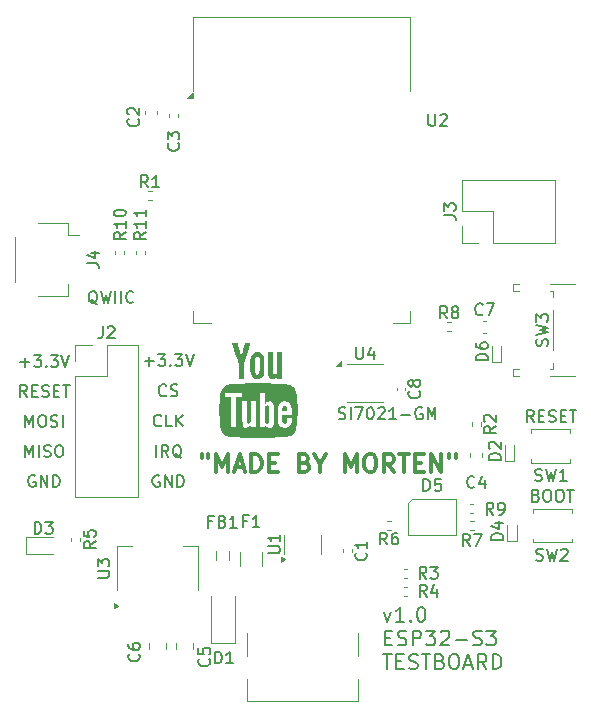
<source format=gbr>
%TF.GenerationSoftware,KiCad,Pcbnew,9.0.2*%
%TF.CreationDate,2025-06-28T03:21:36+09:00*%
%TF.ProjectId,ESP32-S3-TESTBOARD,45535033-322d-4533-932d-54455354424f,rev?*%
%TF.SameCoordinates,Original*%
%TF.FileFunction,Legend,Top*%
%TF.FilePolarity,Positive*%
%FSLAX46Y46*%
G04 Gerber Fmt 4.6, Leading zero omitted, Abs format (unit mm)*
G04 Created by KiCad (PCBNEW 9.0.2) date 2025-06-28 03:21:36*
%MOMM*%
%LPD*%
G01*
G04 APERTURE LIST*
%ADD10C,0.150000*%
%ADD11C,0.300000*%
%ADD12C,0.200000*%
%ADD13C,0.000000*%
%ADD14C,0.120000*%
G04 APERTURE END LIST*
D10*
X141039160Y-114872200D02*
X141182017Y-114919819D01*
X141182017Y-114919819D02*
X141420112Y-114919819D01*
X141420112Y-114919819D02*
X141515350Y-114872200D01*
X141515350Y-114872200D02*
X141562969Y-114824580D01*
X141562969Y-114824580D02*
X141610588Y-114729342D01*
X141610588Y-114729342D02*
X141610588Y-114634104D01*
X141610588Y-114634104D02*
X141562969Y-114538866D01*
X141562969Y-114538866D02*
X141515350Y-114491247D01*
X141515350Y-114491247D02*
X141420112Y-114443628D01*
X141420112Y-114443628D02*
X141229636Y-114396009D01*
X141229636Y-114396009D02*
X141134398Y-114348390D01*
X141134398Y-114348390D02*
X141086779Y-114300771D01*
X141086779Y-114300771D02*
X141039160Y-114205533D01*
X141039160Y-114205533D02*
X141039160Y-114110295D01*
X141039160Y-114110295D02*
X141086779Y-114015057D01*
X141086779Y-114015057D02*
X141134398Y-113967438D01*
X141134398Y-113967438D02*
X141229636Y-113919819D01*
X141229636Y-113919819D02*
X141467731Y-113919819D01*
X141467731Y-113919819D02*
X141610588Y-113967438D01*
X142039160Y-114919819D02*
X142039160Y-113919819D01*
X142420112Y-113919819D02*
X143086778Y-113919819D01*
X143086778Y-113919819D02*
X142658207Y-114919819D01*
X143658207Y-113919819D02*
X143753445Y-113919819D01*
X143753445Y-113919819D02*
X143848683Y-113967438D01*
X143848683Y-113967438D02*
X143896302Y-114015057D01*
X143896302Y-114015057D02*
X143943921Y-114110295D01*
X143943921Y-114110295D02*
X143991540Y-114300771D01*
X143991540Y-114300771D02*
X143991540Y-114538866D01*
X143991540Y-114538866D02*
X143943921Y-114729342D01*
X143943921Y-114729342D02*
X143896302Y-114824580D01*
X143896302Y-114824580D02*
X143848683Y-114872200D01*
X143848683Y-114872200D02*
X143753445Y-114919819D01*
X143753445Y-114919819D02*
X143658207Y-114919819D01*
X143658207Y-114919819D02*
X143562969Y-114872200D01*
X143562969Y-114872200D02*
X143515350Y-114824580D01*
X143515350Y-114824580D02*
X143467731Y-114729342D01*
X143467731Y-114729342D02*
X143420112Y-114538866D01*
X143420112Y-114538866D02*
X143420112Y-114300771D01*
X143420112Y-114300771D02*
X143467731Y-114110295D01*
X143467731Y-114110295D02*
X143515350Y-114015057D01*
X143515350Y-114015057D02*
X143562969Y-113967438D01*
X143562969Y-113967438D02*
X143658207Y-113919819D01*
X144372493Y-114015057D02*
X144420112Y-113967438D01*
X144420112Y-113967438D02*
X144515350Y-113919819D01*
X144515350Y-113919819D02*
X144753445Y-113919819D01*
X144753445Y-113919819D02*
X144848683Y-113967438D01*
X144848683Y-113967438D02*
X144896302Y-114015057D01*
X144896302Y-114015057D02*
X144943921Y-114110295D01*
X144943921Y-114110295D02*
X144943921Y-114205533D01*
X144943921Y-114205533D02*
X144896302Y-114348390D01*
X144896302Y-114348390D02*
X144324874Y-114919819D01*
X144324874Y-114919819D02*
X144943921Y-114919819D01*
X145896302Y-114919819D02*
X145324874Y-114919819D01*
X145610588Y-114919819D02*
X145610588Y-113919819D01*
X145610588Y-113919819D02*
X145515350Y-114062676D01*
X145515350Y-114062676D02*
X145420112Y-114157914D01*
X145420112Y-114157914D02*
X145324874Y-114205533D01*
X146324874Y-114538866D02*
X147086779Y-114538866D01*
X148086778Y-113967438D02*
X147991540Y-113919819D01*
X147991540Y-113919819D02*
X147848683Y-113919819D01*
X147848683Y-113919819D02*
X147705826Y-113967438D01*
X147705826Y-113967438D02*
X147610588Y-114062676D01*
X147610588Y-114062676D02*
X147562969Y-114157914D01*
X147562969Y-114157914D02*
X147515350Y-114348390D01*
X147515350Y-114348390D02*
X147515350Y-114491247D01*
X147515350Y-114491247D02*
X147562969Y-114681723D01*
X147562969Y-114681723D02*
X147610588Y-114776961D01*
X147610588Y-114776961D02*
X147705826Y-114872200D01*
X147705826Y-114872200D02*
X147848683Y-114919819D01*
X147848683Y-114919819D02*
X147943921Y-114919819D01*
X147943921Y-114919819D02*
X148086778Y-114872200D01*
X148086778Y-114872200D02*
X148134397Y-114824580D01*
X148134397Y-114824580D02*
X148134397Y-114491247D01*
X148134397Y-114491247D02*
X147943921Y-114491247D01*
X148562969Y-114919819D02*
X148562969Y-113919819D01*
X148562969Y-113919819D02*
X148896302Y-114634104D01*
X148896302Y-114634104D02*
X149229635Y-113919819D01*
X149229635Y-113919819D02*
X149229635Y-114919819D01*
D11*
X129433082Y-117900828D02*
X129433082Y-118186542D01*
X130004510Y-117900828D02*
X130004510Y-118186542D01*
X130647367Y-119400828D02*
X130647367Y-117900828D01*
X130647367Y-117900828D02*
X131147367Y-118972257D01*
X131147367Y-118972257D02*
X131647367Y-117900828D01*
X131647367Y-117900828D02*
X131647367Y-119400828D01*
X132290225Y-118972257D02*
X133004511Y-118972257D01*
X132147368Y-119400828D02*
X132647368Y-117900828D01*
X132647368Y-117900828D02*
X133147368Y-119400828D01*
X133647367Y-119400828D02*
X133647367Y-117900828D01*
X133647367Y-117900828D02*
X134004510Y-117900828D01*
X134004510Y-117900828D02*
X134218796Y-117972257D01*
X134218796Y-117972257D02*
X134361653Y-118115114D01*
X134361653Y-118115114D02*
X134433082Y-118257971D01*
X134433082Y-118257971D02*
X134504510Y-118543685D01*
X134504510Y-118543685D02*
X134504510Y-118757971D01*
X134504510Y-118757971D02*
X134433082Y-119043685D01*
X134433082Y-119043685D02*
X134361653Y-119186542D01*
X134361653Y-119186542D02*
X134218796Y-119329400D01*
X134218796Y-119329400D02*
X134004510Y-119400828D01*
X134004510Y-119400828D02*
X133647367Y-119400828D01*
X135147367Y-118615114D02*
X135647367Y-118615114D01*
X135861653Y-119400828D02*
X135147367Y-119400828D01*
X135147367Y-119400828D02*
X135147367Y-117900828D01*
X135147367Y-117900828D02*
X135861653Y-117900828D01*
X138147367Y-118615114D02*
X138361653Y-118686542D01*
X138361653Y-118686542D02*
X138433082Y-118757971D01*
X138433082Y-118757971D02*
X138504510Y-118900828D01*
X138504510Y-118900828D02*
X138504510Y-119115114D01*
X138504510Y-119115114D02*
X138433082Y-119257971D01*
X138433082Y-119257971D02*
X138361653Y-119329400D01*
X138361653Y-119329400D02*
X138218796Y-119400828D01*
X138218796Y-119400828D02*
X137647367Y-119400828D01*
X137647367Y-119400828D02*
X137647367Y-117900828D01*
X137647367Y-117900828D02*
X138147367Y-117900828D01*
X138147367Y-117900828D02*
X138290225Y-117972257D01*
X138290225Y-117972257D02*
X138361653Y-118043685D01*
X138361653Y-118043685D02*
X138433082Y-118186542D01*
X138433082Y-118186542D02*
X138433082Y-118329400D01*
X138433082Y-118329400D02*
X138361653Y-118472257D01*
X138361653Y-118472257D02*
X138290225Y-118543685D01*
X138290225Y-118543685D02*
X138147367Y-118615114D01*
X138147367Y-118615114D02*
X137647367Y-118615114D01*
X139433082Y-118686542D02*
X139433082Y-119400828D01*
X138933082Y-117900828D02*
X139433082Y-118686542D01*
X139433082Y-118686542D02*
X139933082Y-117900828D01*
X141575938Y-119400828D02*
X141575938Y-117900828D01*
X141575938Y-117900828D02*
X142075938Y-118972257D01*
X142075938Y-118972257D02*
X142575938Y-117900828D01*
X142575938Y-117900828D02*
X142575938Y-119400828D01*
X143575939Y-117900828D02*
X143861653Y-117900828D01*
X143861653Y-117900828D02*
X144004510Y-117972257D01*
X144004510Y-117972257D02*
X144147367Y-118115114D01*
X144147367Y-118115114D02*
X144218796Y-118400828D01*
X144218796Y-118400828D02*
X144218796Y-118900828D01*
X144218796Y-118900828D02*
X144147367Y-119186542D01*
X144147367Y-119186542D02*
X144004510Y-119329400D01*
X144004510Y-119329400D02*
X143861653Y-119400828D01*
X143861653Y-119400828D02*
X143575939Y-119400828D01*
X143575939Y-119400828D02*
X143433082Y-119329400D01*
X143433082Y-119329400D02*
X143290224Y-119186542D01*
X143290224Y-119186542D02*
X143218796Y-118900828D01*
X143218796Y-118900828D02*
X143218796Y-118400828D01*
X143218796Y-118400828D02*
X143290224Y-118115114D01*
X143290224Y-118115114D02*
X143433082Y-117972257D01*
X143433082Y-117972257D02*
X143575939Y-117900828D01*
X145718796Y-119400828D02*
X145218796Y-118686542D01*
X144861653Y-119400828D02*
X144861653Y-117900828D01*
X144861653Y-117900828D02*
X145433082Y-117900828D01*
X145433082Y-117900828D02*
X145575939Y-117972257D01*
X145575939Y-117972257D02*
X145647368Y-118043685D01*
X145647368Y-118043685D02*
X145718796Y-118186542D01*
X145718796Y-118186542D02*
X145718796Y-118400828D01*
X145718796Y-118400828D02*
X145647368Y-118543685D01*
X145647368Y-118543685D02*
X145575939Y-118615114D01*
X145575939Y-118615114D02*
X145433082Y-118686542D01*
X145433082Y-118686542D02*
X144861653Y-118686542D01*
X146147368Y-117900828D02*
X147004511Y-117900828D01*
X146575939Y-119400828D02*
X146575939Y-117900828D01*
X147504510Y-118615114D02*
X148004510Y-118615114D01*
X148218796Y-119400828D02*
X147504510Y-119400828D01*
X147504510Y-119400828D02*
X147504510Y-117900828D01*
X147504510Y-117900828D02*
X148218796Y-117900828D01*
X148861653Y-119400828D02*
X148861653Y-117900828D01*
X148861653Y-117900828D02*
X149718796Y-119400828D01*
X149718796Y-119400828D02*
X149718796Y-117900828D01*
X150361654Y-117900828D02*
X150361654Y-118186542D01*
X150933082Y-117900828D02*
X150933082Y-118186542D01*
D12*
X144860149Y-131228430D02*
X145157768Y-132061763D01*
X145157768Y-132061763D02*
X145455387Y-131228430D01*
X146586339Y-132061763D02*
X145872054Y-132061763D01*
X146229197Y-132061763D02*
X146229197Y-130811763D01*
X146229197Y-130811763D02*
X146110149Y-130990335D01*
X146110149Y-130990335D02*
X145991101Y-131109382D01*
X145991101Y-131109382D02*
X145872054Y-131168906D01*
X147122054Y-131942716D02*
X147181577Y-132002240D01*
X147181577Y-132002240D02*
X147122054Y-132061763D01*
X147122054Y-132061763D02*
X147062530Y-132002240D01*
X147062530Y-132002240D02*
X147122054Y-131942716D01*
X147122054Y-131942716D02*
X147122054Y-132061763D01*
X147955387Y-130811763D02*
X148074434Y-130811763D01*
X148074434Y-130811763D02*
X148193482Y-130871287D01*
X148193482Y-130871287D02*
X148253006Y-130930811D01*
X148253006Y-130930811D02*
X148312530Y-131049859D01*
X148312530Y-131049859D02*
X148372053Y-131287954D01*
X148372053Y-131287954D02*
X148372053Y-131585573D01*
X148372053Y-131585573D02*
X148312530Y-131823668D01*
X148312530Y-131823668D02*
X148253006Y-131942716D01*
X148253006Y-131942716D02*
X148193482Y-132002240D01*
X148193482Y-132002240D02*
X148074434Y-132061763D01*
X148074434Y-132061763D02*
X147955387Y-132061763D01*
X147955387Y-132061763D02*
X147836339Y-132002240D01*
X147836339Y-132002240D02*
X147776815Y-131942716D01*
X147776815Y-131942716D02*
X147717292Y-131823668D01*
X147717292Y-131823668D02*
X147657768Y-131585573D01*
X147657768Y-131585573D02*
X147657768Y-131287954D01*
X147657768Y-131287954D02*
X147717292Y-131049859D01*
X147717292Y-131049859D02*
X147776815Y-130930811D01*
X147776815Y-130930811D02*
X147836339Y-130871287D01*
X147836339Y-130871287D02*
X147955387Y-130811763D01*
X144979197Y-133419431D02*
X145395863Y-133419431D01*
X145574435Y-134074193D02*
X144979197Y-134074193D01*
X144979197Y-134074193D02*
X144979197Y-132824193D01*
X144979197Y-132824193D02*
X145574435Y-132824193D01*
X146050625Y-134014670D02*
X146229196Y-134074193D01*
X146229196Y-134074193D02*
X146526815Y-134074193D01*
X146526815Y-134074193D02*
X146645863Y-134014670D01*
X146645863Y-134014670D02*
X146705387Y-133955146D01*
X146705387Y-133955146D02*
X146764910Y-133836098D01*
X146764910Y-133836098D02*
X146764910Y-133717050D01*
X146764910Y-133717050D02*
X146705387Y-133598003D01*
X146705387Y-133598003D02*
X146645863Y-133538479D01*
X146645863Y-133538479D02*
X146526815Y-133478955D01*
X146526815Y-133478955D02*
X146288720Y-133419431D01*
X146288720Y-133419431D02*
X146169672Y-133359908D01*
X146169672Y-133359908D02*
X146110149Y-133300384D01*
X146110149Y-133300384D02*
X146050625Y-133181336D01*
X146050625Y-133181336D02*
X146050625Y-133062289D01*
X146050625Y-133062289D02*
X146110149Y-132943241D01*
X146110149Y-132943241D02*
X146169672Y-132883717D01*
X146169672Y-132883717D02*
X146288720Y-132824193D01*
X146288720Y-132824193D02*
X146586339Y-132824193D01*
X146586339Y-132824193D02*
X146764910Y-132883717D01*
X147300625Y-134074193D02*
X147300625Y-132824193D01*
X147300625Y-132824193D02*
X147776815Y-132824193D01*
X147776815Y-132824193D02*
X147895863Y-132883717D01*
X147895863Y-132883717D02*
X147955386Y-132943241D01*
X147955386Y-132943241D02*
X148014910Y-133062289D01*
X148014910Y-133062289D02*
X148014910Y-133240860D01*
X148014910Y-133240860D02*
X147955386Y-133359908D01*
X147955386Y-133359908D02*
X147895863Y-133419431D01*
X147895863Y-133419431D02*
X147776815Y-133478955D01*
X147776815Y-133478955D02*
X147300625Y-133478955D01*
X148431577Y-132824193D02*
X149205386Y-132824193D01*
X149205386Y-132824193D02*
X148788720Y-133300384D01*
X148788720Y-133300384D02*
X148967291Y-133300384D01*
X148967291Y-133300384D02*
X149086339Y-133359908D01*
X149086339Y-133359908D02*
X149145863Y-133419431D01*
X149145863Y-133419431D02*
X149205386Y-133538479D01*
X149205386Y-133538479D02*
X149205386Y-133836098D01*
X149205386Y-133836098D02*
X149145863Y-133955146D01*
X149145863Y-133955146D02*
X149086339Y-134014670D01*
X149086339Y-134014670D02*
X148967291Y-134074193D01*
X148967291Y-134074193D02*
X148610148Y-134074193D01*
X148610148Y-134074193D02*
X148491101Y-134014670D01*
X148491101Y-134014670D02*
X148431577Y-133955146D01*
X149681577Y-132943241D02*
X149741101Y-132883717D01*
X149741101Y-132883717D02*
X149860148Y-132824193D01*
X149860148Y-132824193D02*
X150157767Y-132824193D01*
X150157767Y-132824193D02*
X150276815Y-132883717D01*
X150276815Y-132883717D02*
X150336339Y-132943241D01*
X150336339Y-132943241D02*
X150395862Y-133062289D01*
X150395862Y-133062289D02*
X150395862Y-133181336D01*
X150395862Y-133181336D02*
X150336339Y-133359908D01*
X150336339Y-133359908D02*
X149622053Y-134074193D01*
X149622053Y-134074193D02*
X150395862Y-134074193D01*
X150931577Y-133598003D02*
X151883958Y-133598003D01*
X152419672Y-134014670D02*
X152598243Y-134074193D01*
X152598243Y-134074193D02*
X152895862Y-134074193D01*
X152895862Y-134074193D02*
X153014910Y-134014670D01*
X153014910Y-134014670D02*
X153074434Y-133955146D01*
X153074434Y-133955146D02*
X153133957Y-133836098D01*
X153133957Y-133836098D02*
X153133957Y-133717050D01*
X153133957Y-133717050D02*
X153074434Y-133598003D01*
X153074434Y-133598003D02*
X153014910Y-133538479D01*
X153014910Y-133538479D02*
X152895862Y-133478955D01*
X152895862Y-133478955D02*
X152657767Y-133419431D01*
X152657767Y-133419431D02*
X152538719Y-133359908D01*
X152538719Y-133359908D02*
X152479196Y-133300384D01*
X152479196Y-133300384D02*
X152419672Y-133181336D01*
X152419672Y-133181336D02*
X152419672Y-133062289D01*
X152419672Y-133062289D02*
X152479196Y-132943241D01*
X152479196Y-132943241D02*
X152538719Y-132883717D01*
X152538719Y-132883717D02*
X152657767Y-132824193D01*
X152657767Y-132824193D02*
X152955386Y-132824193D01*
X152955386Y-132824193D02*
X153133957Y-132883717D01*
X153550624Y-132824193D02*
X154324433Y-132824193D01*
X154324433Y-132824193D02*
X153907767Y-133300384D01*
X153907767Y-133300384D02*
X154086338Y-133300384D01*
X154086338Y-133300384D02*
X154205386Y-133359908D01*
X154205386Y-133359908D02*
X154264910Y-133419431D01*
X154264910Y-133419431D02*
X154324433Y-133538479D01*
X154324433Y-133538479D02*
X154324433Y-133836098D01*
X154324433Y-133836098D02*
X154264910Y-133955146D01*
X154264910Y-133955146D02*
X154205386Y-134014670D01*
X154205386Y-134014670D02*
X154086338Y-134074193D01*
X154086338Y-134074193D02*
X153729195Y-134074193D01*
X153729195Y-134074193D02*
X153610148Y-134014670D01*
X153610148Y-134014670D02*
X153550624Y-133955146D01*
X144800625Y-134836623D02*
X145514911Y-134836623D01*
X145157768Y-136086623D02*
X145157768Y-134836623D01*
X145931578Y-135431861D02*
X146348244Y-135431861D01*
X146526816Y-136086623D02*
X145931578Y-136086623D01*
X145931578Y-136086623D02*
X145931578Y-134836623D01*
X145931578Y-134836623D02*
X146526816Y-134836623D01*
X147003006Y-136027100D02*
X147181577Y-136086623D01*
X147181577Y-136086623D02*
X147479196Y-136086623D01*
X147479196Y-136086623D02*
X147598244Y-136027100D01*
X147598244Y-136027100D02*
X147657768Y-135967576D01*
X147657768Y-135967576D02*
X147717291Y-135848528D01*
X147717291Y-135848528D02*
X147717291Y-135729480D01*
X147717291Y-135729480D02*
X147657768Y-135610433D01*
X147657768Y-135610433D02*
X147598244Y-135550909D01*
X147598244Y-135550909D02*
X147479196Y-135491385D01*
X147479196Y-135491385D02*
X147241101Y-135431861D01*
X147241101Y-135431861D02*
X147122053Y-135372338D01*
X147122053Y-135372338D02*
X147062530Y-135312814D01*
X147062530Y-135312814D02*
X147003006Y-135193766D01*
X147003006Y-135193766D02*
X147003006Y-135074719D01*
X147003006Y-135074719D02*
X147062530Y-134955671D01*
X147062530Y-134955671D02*
X147122053Y-134896147D01*
X147122053Y-134896147D02*
X147241101Y-134836623D01*
X147241101Y-134836623D02*
X147538720Y-134836623D01*
X147538720Y-134836623D02*
X147717291Y-134896147D01*
X148074434Y-134836623D02*
X148788720Y-134836623D01*
X148431577Y-136086623D02*
X148431577Y-134836623D01*
X149622053Y-135431861D02*
X149800625Y-135491385D01*
X149800625Y-135491385D02*
X149860148Y-135550909D01*
X149860148Y-135550909D02*
X149919672Y-135669957D01*
X149919672Y-135669957D02*
X149919672Y-135848528D01*
X149919672Y-135848528D02*
X149860148Y-135967576D01*
X149860148Y-135967576D02*
X149800625Y-136027100D01*
X149800625Y-136027100D02*
X149681577Y-136086623D01*
X149681577Y-136086623D02*
X149205387Y-136086623D01*
X149205387Y-136086623D02*
X149205387Y-134836623D01*
X149205387Y-134836623D02*
X149622053Y-134836623D01*
X149622053Y-134836623D02*
X149741101Y-134896147D01*
X149741101Y-134896147D02*
X149800625Y-134955671D01*
X149800625Y-134955671D02*
X149860148Y-135074719D01*
X149860148Y-135074719D02*
X149860148Y-135193766D01*
X149860148Y-135193766D02*
X149800625Y-135312814D01*
X149800625Y-135312814D02*
X149741101Y-135372338D01*
X149741101Y-135372338D02*
X149622053Y-135431861D01*
X149622053Y-135431861D02*
X149205387Y-135431861D01*
X150693482Y-134836623D02*
X150931577Y-134836623D01*
X150931577Y-134836623D02*
X151050625Y-134896147D01*
X151050625Y-134896147D02*
X151169672Y-135015195D01*
X151169672Y-135015195D02*
X151229196Y-135253290D01*
X151229196Y-135253290D02*
X151229196Y-135669957D01*
X151229196Y-135669957D02*
X151169672Y-135908052D01*
X151169672Y-135908052D02*
X151050625Y-136027100D01*
X151050625Y-136027100D02*
X150931577Y-136086623D01*
X150931577Y-136086623D02*
X150693482Y-136086623D01*
X150693482Y-136086623D02*
X150574434Y-136027100D01*
X150574434Y-136027100D02*
X150455387Y-135908052D01*
X150455387Y-135908052D02*
X150395863Y-135669957D01*
X150395863Y-135669957D02*
X150395863Y-135253290D01*
X150395863Y-135253290D02*
X150455387Y-135015195D01*
X150455387Y-135015195D02*
X150574434Y-134896147D01*
X150574434Y-134896147D02*
X150693482Y-134836623D01*
X151705387Y-135729480D02*
X152300625Y-135729480D01*
X151586339Y-136086623D02*
X152003006Y-134836623D01*
X152003006Y-134836623D02*
X152419672Y-136086623D01*
X153550625Y-136086623D02*
X153133959Y-135491385D01*
X152836340Y-136086623D02*
X152836340Y-134836623D01*
X152836340Y-134836623D02*
X153312530Y-134836623D01*
X153312530Y-134836623D02*
X153431578Y-134896147D01*
X153431578Y-134896147D02*
X153491101Y-134955671D01*
X153491101Y-134955671D02*
X153550625Y-135074719D01*
X153550625Y-135074719D02*
X153550625Y-135253290D01*
X153550625Y-135253290D02*
X153491101Y-135372338D01*
X153491101Y-135372338D02*
X153431578Y-135431861D01*
X153431578Y-135431861D02*
X153312530Y-135491385D01*
X153312530Y-135491385D02*
X152836340Y-135491385D01*
X154086340Y-136086623D02*
X154086340Y-134836623D01*
X154086340Y-134836623D02*
X154383959Y-134836623D01*
X154383959Y-134836623D02*
X154562530Y-134896147D01*
X154562530Y-134896147D02*
X154681578Y-135015195D01*
X154681578Y-135015195D02*
X154741101Y-135134242D01*
X154741101Y-135134242D02*
X154800625Y-135372338D01*
X154800625Y-135372338D02*
X154800625Y-135550909D01*
X154800625Y-135550909D02*
X154741101Y-135789004D01*
X154741101Y-135789004D02*
X154681578Y-135908052D01*
X154681578Y-135908052D02*
X154562530Y-136027100D01*
X154562530Y-136027100D02*
X154383959Y-136086623D01*
X154383959Y-136086623D02*
X154086340Y-136086623D01*
D10*
X120603445Y-105190057D02*
X120508207Y-105142438D01*
X120508207Y-105142438D02*
X120412969Y-105047200D01*
X120412969Y-105047200D02*
X120270112Y-104904342D01*
X120270112Y-104904342D02*
X120174874Y-104856723D01*
X120174874Y-104856723D02*
X120079636Y-104856723D01*
X120127255Y-105094819D02*
X120032017Y-105047200D01*
X120032017Y-105047200D02*
X119936779Y-104951961D01*
X119936779Y-104951961D02*
X119889160Y-104761485D01*
X119889160Y-104761485D02*
X119889160Y-104428152D01*
X119889160Y-104428152D02*
X119936779Y-104237676D01*
X119936779Y-104237676D02*
X120032017Y-104142438D01*
X120032017Y-104142438D02*
X120127255Y-104094819D01*
X120127255Y-104094819D02*
X120317731Y-104094819D01*
X120317731Y-104094819D02*
X120412969Y-104142438D01*
X120412969Y-104142438D02*
X120508207Y-104237676D01*
X120508207Y-104237676D02*
X120555826Y-104428152D01*
X120555826Y-104428152D02*
X120555826Y-104761485D01*
X120555826Y-104761485D02*
X120508207Y-104951961D01*
X120508207Y-104951961D02*
X120412969Y-105047200D01*
X120412969Y-105047200D02*
X120317731Y-105094819D01*
X120317731Y-105094819D02*
X120127255Y-105094819D01*
X120889160Y-104094819D02*
X121127255Y-105094819D01*
X121127255Y-105094819D02*
X121317731Y-104380533D01*
X121317731Y-104380533D02*
X121508207Y-105094819D01*
X121508207Y-105094819D02*
X121746303Y-104094819D01*
X122127255Y-105094819D02*
X122127255Y-104094819D01*
X122603445Y-105094819D02*
X122603445Y-104094819D01*
X123651063Y-104999580D02*
X123603444Y-105047200D01*
X123603444Y-105047200D02*
X123460587Y-105094819D01*
X123460587Y-105094819D02*
X123365349Y-105094819D01*
X123365349Y-105094819D02*
X123222492Y-105047200D01*
X123222492Y-105047200D02*
X123127254Y-104951961D01*
X123127254Y-104951961D02*
X123079635Y-104856723D01*
X123079635Y-104856723D02*
X123032016Y-104666247D01*
X123032016Y-104666247D02*
X123032016Y-104523390D01*
X123032016Y-104523390D02*
X123079635Y-104332914D01*
X123079635Y-104332914D02*
X123127254Y-104237676D01*
X123127254Y-104237676D02*
X123222492Y-104142438D01*
X123222492Y-104142438D02*
X123365349Y-104094819D01*
X123365349Y-104094819D02*
X123460587Y-104094819D01*
X123460587Y-104094819D02*
X123603444Y-104142438D01*
X123603444Y-104142438D02*
X123651063Y-104190057D01*
X126436779Y-112887080D02*
X126389160Y-112934700D01*
X126389160Y-112934700D02*
X126246303Y-112982319D01*
X126246303Y-112982319D02*
X126151065Y-112982319D01*
X126151065Y-112982319D02*
X126008208Y-112934700D01*
X126008208Y-112934700D02*
X125912970Y-112839461D01*
X125912970Y-112839461D02*
X125865351Y-112744223D01*
X125865351Y-112744223D02*
X125817732Y-112553747D01*
X125817732Y-112553747D02*
X125817732Y-112410890D01*
X125817732Y-112410890D02*
X125865351Y-112220414D01*
X125865351Y-112220414D02*
X125912970Y-112125176D01*
X125912970Y-112125176D02*
X126008208Y-112029938D01*
X126008208Y-112029938D02*
X126151065Y-111982319D01*
X126151065Y-111982319D02*
X126246303Y-111982319D01*
X126246303Y-111982319D02*
X126389160Y-112029938D01*
X126389160Y-112029938D02*
X126436779Y-112077557D01*
X126817732Y-112934700D02*
X126960589Y-112982319D01*
X126960589Y-112982319D02*
X127198684Y-112982319D01*
X127198684Y-112982319D02*
X127293922Y-112934700D01*
X127293922Y-112934700D02*
X127341541Y-112887080D01*
X127341541Y-112887080D02*
X127389160Y-112791842D01*
X127389160Y-112791842D02*
X127389160Y-112696604D01*
X127389160Y-112696604D02*
X127341541Y-112601366D01*
X127341541Y-112601366D02*
X127293922Y-112553747D01*
X127293922Y-112553747D02*
X127198684Y-112506128D01*
X127198684Y-112506128D02*
X127008208Y-112458509D01*
X127008208Y-112458509D02*
X126912970Y-112410890D01*
X126912970Y-112410890D02*
X126865351Y-112363271D01*
X126865351Y-112363271D02*
X126817732Y-112268033D01*
X126817732Y-112268033D02*
X126817732Y-112172795D01*
X126817732Y-112172795D02*
X126865351Y-112077557D01*
X126865351Y-112077557D02*
X126912970Y-112029938D01*
X126912970Y-112029938D02*
X127008208Y-111982319D01*
X127008208Y-111982319D02*
X127246303Y-111982319D01*
X127246303Y-111982319D02*
X127389160Y-112029938D01*
X126008207Y-115449580D02*
X125960588Y-115497200D01*
X125960588Y-115497200D02*
X125817731Y-115544819D01*
X125817731Y-115544819D02*
X125722493Y-115544819D01*
X125722493Y-115544819D02*
X125579636Y-115497200D01*
X125579636Y-115497200D02*
X125484398Y-115401961D01*
X125484398Y-115401961D02*
X125436779Y-115306723D01*
X125436779Y-115306723D02*
X125389160Y-115116247D01*
X125389160Y-115116247D02*
X125389160Y-114973390D01*
X125389160Y-114973390D02*
X125436779Y-114782914D01*
X125436779Y-114782914D02*
X125484398Y-114687676D01*
X125484398Y-114687676D02*
X125579636Y-114592438D01*
X125579636Y-114592438D02*
X125722493Y-114544819D01*
X125722493Y-114544819D02*
X125817731Y-114544819D01*
X125817731Y-114544819D02*
X125960588Y-114592438D01*
X125960588Y-114592438D02*
X126008207Y-114640057D01*
X126912969Y-115544819D02*
X126436779Y-115544819D01*
X126436779Y-115544819D02*
X126436779Y-114544819D01*
X127246303Y-115544819D02*
X127246303Y-114544819D01*
X127817731Y-115544819D02*
X127389160Y-114973390D01*
X127817731Y-114544819D02*
X127246303Y-115116247D01*
X125579637Y-118107319D02*
X125579637Y-117107319D01*
X126627255Y-118107319D02*
X126293922Y-117631128D01*
X126055827Y-118107319D02*
X126055827Y-117107319D01*
X126055827Y-117107319D02*
X126436779Y-117107319D01*
X126436779Y-117107319D02*
X126532017Y-117154938D01*
X126532017Y-117154938D02*
X126579636Y-117202557D01*
X126579636Y-117202557D02*
X126627255Y-117297795D01*
X126627255Y-117297795D02*
X126627255Y-117440652D01*
X126627255Y-117440652D02*
X126579636Y-117535890D01*
X126579636Y-117535890D02*
X126532017Y-117583509D01*
X126532017Y-117583509D02*
X126436779Y-117631128D01*
X126436779Y-117631128D02*
X126055827Y-117631128D01*
X127722493Y-118202557D02*
X127627255Y-118154938D01*
X127627255Y-118154938D02*
X127532017Y-118059700D01*
X127532017Y-118059700D02*
X127389160Y-117916842D01*
X127389160Y-117916842D02*
X127293922Y-117869223D01*
X127293922Y-117869223D02*
X127198684Y-117869223D01*
X127246303Y-118107319D02*
X127151065Y-118059700D01*
X127151065Y-118059700D02*
X127055827Y-117964461D01*
X127055827Y-117964461D02*
X127008208Y-117773985D01*
X127008208Y-117773985D02*
X127008208Y-117440652D01*
X127008208Y-117440652D02*
X127055827Y-117250176D01*
X127055827Y-117250176D02*
X127151065Y-117154938D01*
X127151065Y-117154938D02*
X127246303Y-117107319D01*
X127246303Y-117107319D02*
X127436779Y-117107319D01*
X127436779Y-117107319D02*
X127532017Y-117154938D01*
X127532017Y-117154938D02*
X127627255Y-117250176D01*
X127627255Y-117250176D02*
X127674874Y-117440652D01*
X127674874Y-117440652D02*
X127674874Y-117773985D01*
X127674874Y-117773985D02*
X127627255Y-117964461D01*
X127627255Y-117964461D02*
X127532017Y-118059700D01*
X127532017Y-118059700D02*
X127436779Y-118107319D01*
X127436779Y-118107319D02*
X127246303Y-118107319D01*
X125841541Y-119717438D02*
X125746303Y-119669819D01*
X125746303Y-119669819D02*
X125603446Y-119669819D01*
X125603446Y-119669819D02*
X125460589Y-119717438D01*
X125460589Y-119717438D02*
X125365351Y-119812676D01*
X125365351Y-119812676D02*
X125317732Y-119907914D01*
X125317732Y-119907914D02*
X125270113Y-120098390D01*
X125270113Y-120098390D02*
X125270113Y-120241247D01*
X125270113Y-120241247D02*
X125317732Y-120431723D01*
X125317732Y-120431723D02*
X125365351Y-120526961D01*
X125365351Y-120526961D02*
X125460589Y-120622200D01*
X125460589Y-120622200D02*
X125603446Y-120669819D01*
X125603446Y-120669819D02*
X125698684Y-120669819D01*
X125698684Y-120669819D02*
X125841541Y-120622200D01*
X125841541Y-120622200D02*
X125889160Y-120574580D01*
X125889160Y-120574580D02*
X125889160Y-120241247D01*
X125889160Y-120241247D02*
X125698684Y-120241247D01*
X126317732Y-120669819D02*
X126317732Y-119669819D01*
X126317732Y-119669819D02*
X126889160Y-120669819D01*
X126889160Y-120669819D02*
X126889160Y-119669819D01*
X127365351Y-120669819D02*
X127365351Y-119669819D01*
X127365351Y-119669819D02*
X127603446Y-119669819D01*
X127603446Y-119669819D02*
X127746303Y-119717438D01*
X127746303Y-119717438D02*
X127841541Y-119812676D01*
X127841541Y-119812676D02*
X127889160Y-119907914D01*
X127889160Y-119907914D02*
X127936779Y-120098390D01*
X127936779Y-120098390D02*
X127936779Y-120241247D01*
X127936779Y-120241247D02*
X127889160Y-120431723D01*
X127889160Y-120431723D02*
X127841541Y-120526961D01*
X127841541Y-120526961D02*
X127746303Y-120622200D01*
X127746303Y-120622200D02*
X127603446Y-120669819D01*
X127603446Y-120669819D02*
X127365351Y-120669819D01*
X115323684Y-119717438D02*
X115228446Y-119669819D01*
X115228446Y-119669819D02*
X115085589Y-119669819D01*
X115085589Y-119669819D02*
X114942732Y-119717438D01*
X114942732Y-119717438D02*
X114847494Y-119812676D01*
X114847494Y-119812676D02*
X114799875Y-119907914D01*
X114799875Y-119907914D02*
X114752256Y-120098390D01*
X114752256Y-120098390D02*
X114752256Y-120241247D01*
X114752256Y-120241247D02*
X114799875Y-120431723D01*
X114799875Y-120431723D02*
X114847494Y-120526961D01*
X114847494Y-120526961D02*
X114942732Y-120622200D01*
X114942732Y-120622200D02*
X115085589Y-120669819D01*
X115085589Y-120669819D02*
X115180827Y-120669819D01*
X115180827Y-120669819D02*
X115323684Y-120622200D01*
X115323684Y-120622200D02*
X115371303Y-120574580D01*
X115371303Y-120574580D02*
X115371303Y-120241247D01*
X115371303Y-120241247D02*
X115180827Y-120241247D01*
X115799875Y-120669819D02*
X115799875Y-119669819D01*
X115799875Y-119669819D02*
X116371303Y-120669819D01*
X116371303Y-120669819D02*
X116371303Y-119669819D01*
X116847494Y-120669819D02*
X116847494Y-119669819D01*
X116847494Y-119669819D02*
X117085589Y-119669819D01*
X117085589Y-119669819D02*
X117228446Y-119717438D01*
X117228446Y-119717438D02*
X117323684Y-119812676D01*
X117323684Y-119812676D02*
X117371303Y-119907914D01*
X117371303Y-119907914D02*
X117418922Y-120098390D01*
X117418922Y-120098390D02*
X117418922Y-120241247D01*
X117418922Y-120241247D02*
X117371303Y-120431723D01*
X117371303Y-120431723D02*
X117323684Y-120526961D01*
X117323684Y-120526961D02*
X117228446Y-120622200D01*
X117228446Y-120622200D02*
X117085589Y-120669819D01*
X117085589Y-120669819D02*
X116847494Y-120669819D01*
X114514161Y-118126069D02*
X114514161Y-117126069D01*
X114514161Y-117126069D02*
X114847494Y-117840354D01*
X114847494Y-117840354D02*
X115180827Y-117126069D01*
X115180827Y-117126069D02*
X115180827Y-118126069D01*
X115657018Y-118126069D02*
X115657018Y-117126069D01*
X116085589Y-118078450D02*
X116228446Y-118126069D01*
X116228446Y-118126069D02*
X116466541Y-118126069D01*
X116466541Y-118126069D02*
X116561779Y-118078450D01*
X116561779Y-118078450D02*
X116609398Y-118030830D01*
X116609398Y-118030830D02*
X116657017Y-117935592D01*
X116657017Y-117935592D02*
X116657017Y-117840354D01*
X116657017Y-117840354D02*
X116609398Y-117745116D01*
X116609398Y-117745116D02*
X116561779Y-117697497D01*
X116561779Y-117697497D02*
X116466541Y-117649878D01*
X116466541Y-117649878D02*
X116276065Y-117602259D01*
X116276065Y-117602259D02*
X116180827Y-117554640D01*
X116180827Y-117554640D02*
X116133208Y-117507021D01*
X116133208Y-117507021D02*
X116085589Y-117411783D01*
X116085589Y-117411783D02*
X116085589Y-117316545D01*
X116085589Y-117316545D02*
X116133208Y-117221307D01*
X116133208Y-117221307D02*
X116180827Y-117173688D01*
X116180827Y-117173688D02*
X116276065Y-117126069D01*
X116276065Y-117126069D02*
X116514160Y-117126069D01*
X116514160Y-117126069D02*
X116657017Y-117173688D01*
X117276065Y-117126069D02*
X117466541Y-117126069D01*
X117466541Y-117126069D02*
X117561779Y-117173688D01*
X117561779Y-117173688D02*
X117657017Y-117268926D01*
X117657017Y-117268926D02*
X117704636Y-117459402D01*
X117704636Y-117459402D02*
X117704636Y-117792735D01*
X117704636Y-117792735D02*
X117657017Y-117983211D01*
X117657017Y-117983211D02*
X117561779Y-118078450D01*
X117561779Y-118078450D02*
X117466541Y-118126069D01*
X117466541Y-118126069D02*
X117276065Y-118126069D01*
X117276065Y-118126069D02*
X117180827Y-118078450D01*
X117180827Y-118078450D02*
X117085589Y-117983211D01*
X117085589Y-117983211D02*
X117037970Y-117792735D01*
X117037970Y-117792735D02*
X117037970Y-117459402D01*
X117037970Y-117459402D02*
X117085589Y-117268926D01*
X117085589Y-117268926D02*
X117180827Y-117173688D01*
X117180827Y-117173688D02*
X117276065Y-117126069D01*
X114514161Y-115582319D02*
X114514161Y-114582319D01*
X114514161Y-114582319D02*
X114847494Y-115296604D01*
X114847494Y-115296604D02*
X115180827Y-114582319D01*
X115180827Y-114582319D02*
X115180827Y-115582319D01*
X115847494Y-114582319D02*
X116037970Y-114582319D01*
X116037970Y-114582319D02*
X116133208Y-114629938D01*
X116133208Y-114629938D02*
X116228446Y-114725176D01*
X116228446Y-114725176D02*
X116276065Y-114915652D01*
X116276065Y-114915652D02*
X116276065Y-115248985D01*
X116276065Y-115248985D02*
X116228446Y-115439461D01*
X116228446Y-115439461D02*
X116133208Y-115534700D01*
X116133208Y-115534700D02*
X116037970Y-115582319D01*
X116037970Y-115582319D02*
X115847494Y-115582319D01*
X115847494Y-115582319D02*
X115752256Y-115534700D01*
X115752256Y-115534700D02*
X115657018Y-115439461D01*
X115657018Y-115439461D02*
X115609399Y-115248985D01*
X115609399Y-115248985D02*
X115609399Y-114915652D01*
X115609399Y-114915652D02*
X115657018Y-114725176D01*
X115657018Y-114725176D02*
X115752256Y-114629938D01*
X115752256Y-114629938D02*
X115847494Y-114582319D01*
X116657018Y-115534700D02*
X116799875Y-115582319D01*
X116799875Y-115582319D02*
X117037970Y-115582319D01*
X117037970Y-115582319D02*
X117133208Y-115534700D01*
X117133208Y-115534700D02*
X117180827Y-115487080D01*
X117180827Y-115487080D02*
X117228446Y-115391842D01*
X117228446Y-115391842D02*
X117228446Y-115296604D01*
X117228446Y-115296604D02*
X117180827Y-115201366D01*
X117180827Y-115201366D02*
X117133208Y-115153747D01*
X117133208Y-115153747D02*
X117037970Y-115106128D01*
X117037970Y-115106128D02*
X116847494Y-115058509D01*
X116847494Y-115058509D02*
X116752256Y-115010890D01*
X116752256Y-115010890D02*
X116704637Y-114963271D01*
X116704637Y-114963271D02*
X116657018Y-114868033D01*
X116657018Y-114868033D02*
X116657018Y-114772795D01*
X116657018Y-114772795D02*
X116704637Y-114677557D01*
X116704637Y-114677557D02*
X116752256Y-114629938D01*
X116752256Y-114629938D02*
X116847494Y-114582319D01*
X116847494Y-114582319D02*
X117085589Y-114582319D01*
X117085589Y-114582319D02*
X117228446Y-114629938D01*
X117657018Y-115582319D02*
X117657018Y-114582319D01*
X114633207Y-113038569D02*
X114299874Y-112562378D01*
X114061779Y-113038569D02*
X114061779Y-112038569D01*
X114061779Y-112038569D02*
X114442731Y-112038569D01*
X114442731Y-112038569D02*
X114537969Y-112086188D01*
X114537969Y-112086188D02*
X114585588Y-112133807D01*
X114585588Y-112133807D02*
X114633207Y-112229045D01*
X114633207Y-112229045D02*
X114633207Y-112371902D01*
X114633207Y-112371902D02*
X114585588Y-112467140D01*
X114585588Y-112467140D02*
X114537969Y-112514759D01*
X114537969Y-112514759D02*
X114442731Y-112562378D01*
X114442731Y-112562378D02*
X114061779Y-112562378D01*
X115061779Y-112514759D02*
X115395112Y-112514759D01*
X115537969Y-113038569D02*
X115061779Y-113038569D01*
X115061779Y-113038569D02*
X115061779Y-112038569D01*
X115061779Y-112038569D02*
X115537969Y-112038569D01*
X115918922Y-112990950D02*
X116061779Y-113038569D01*
X116061779Y-113038569D02*
X116299874Y-113038569D01*
X116299874Y-113038569D02*
X116395112Y-112990950D01*
X116395112Y-112990950D02*
X116442731Y-112943330D01*
X116442731Y-112943330D02*
X116490350Y-112848092D01*
X116490350Y-112848092D02*
X116490350Y-112752854D01*
X116490350Y-112752854D02*
X116442731Y-112657616D01*
X116442731Y-112657616D02*
X116395112Y-112609997D01*
X116395112Y-112609997D02*
X116299874Y-112562378D01*
X116299874Y-112562378D02*
X116109398Y-112514759D01*
X116109398Y-112514759D02*
X116014160Y-112467140D01*
X116014160Y-112467140D02*
X115966541Y-112419521D01*
X115966541Y-112419521D02*
X115918922Y-112324283D01*
X115918922Y-112324283D02*
X115918922Y-112229045D01*
X115918922Y-112229045D02*
X115966541Y-112133807D01*
X115966541Y-112133807D02*
X116014160Y-112086188D01*
X116014160Y-112086188D02*
X116109398Y-112038569D01*
X116109398Y-112038569D02*
X116347493Y-112038569D01*
X116347493Y-112038569D02*
X116490350Y-112086188D01*
X116918922Y-112514759D02*
X117252255Y-112514759D01*
X117395112Y-113038569D02*
X116918922Y-113038569D01*
X116918922Y-113038569D02*
X116918922Y-112038569D01*
X116918922Y-112038569D02*
X117395112Y-112038569D01*
X117680827Y-112038569D02*
X118252255Y-112038569D01*
X117966541Y-113038569D02*
X117966541Y-112038569D01*
X124603446Y-110038866D02*
X125365351Y-110038866D01*
X124984398Y-110419819D02*
X124984398Y-109657914D01*
X125746303Y-109419819D02*
X126365350Y-109419819D01*
X126365350Y-109419819D02*
X126032017Y-109800771D01*
X126032017Y-109800771D02*
X126174874Y-109800771D01*
X126174874Y-109800771D02*
X126270112Y-109848390D01*
X126270112Y-109848390D02*
X126317731Y-109896009D01*
X126317731Y-109896009D02*
X126365350Y-109991247D01*
X126365350Y-109991247D02*
X126365350Y-110229342D01*
X126365350Y-110229342D02*
X126317731Y-110324580D01*
X126317731Y-110324580D02*
X126270112Y-110372200D01*
X126270112Y-110372200D02*
X126174874Y-110419819D01*
X126174874Y-110419819D02*
X125889160Y-110419819D01*
X125889160Y-110419819D02*
X125793922Y-110372200D01*
X125793922Y-110372200D02*
X125746303Y-110324580D01*
X126793922Y-110324580D02*
X126841541Y-110372200D01*
X126841541Y-110372200D02*
X126793922Y-110419819D01*
X126793922Y-110419819D02*
X126746303Y-110372200D01*
X126746303Y-110372200D02*
X126793922Y-110324580D01*
X126793922Y-110324580D02*
X126793922Y-110419819D01*
X127174874Y-109419819D02*
X127793921Y-109419819D01*
X127793921Y-109419819D02*
X127460588Y-109800771D01*
X127460588Y-109800771D02*
X127603445Y-109800771D01*
X127603445Y-109800771D02*
X127698683Y-109848390D01*
X127698683Y-109848390D02*
X127746302Y-109896009D01*
X127746302Y-109896009D02*
X127793921Y-109991247D01*
X127793921Y-109991247D02*
X127793921Y-110229342D01*
X127793921Y-110229342D02*
X127746302Y-110324580D01*
X127746302Y-110324580D02*
X127698683Y-110372200D01*
X127698683Y-110372200D02*
X127603445Y-110419819D01*
X127603445Y-110419819D02*
X127317731Y-110419819D01*
X127317731Y-110419819D02*
X127222493Y-110372200D01*
X127222493Y-110372200D02*
X127174874Y-110324580D01*
X128079636Y-109419819D02*
X128412969Y-110419819D01*
X128412969Y-110419819D02*
X128746302Y-109419819D01*
X114085589Y-110113866D02*
X114847494Y-110113866D01*
X114466541Y-110494819D02*
X114466541Y-109732914D01*
X115228446Y-109494819D02*
X115847493Y-109494819D01*
X115847493Y-109494819D02*
X115514160Y-109875771D01*
X115514160Y-109875771D02*
X115657017Y-109875771D01*
X115657017Y-109875771D02*
X115752255Y-109923390D01*
X115752255Y-109923390D02*
X115799874Y-109971009D01*
X115799874Y-109971009D02*
X115847493Y-110066247D01*
X115847493Y-110066247D02*
X115847493Y-110304342D01*
X115847493Y-110304342D02*
X115799874Y-110399580D01*
X115799874Y-110399580D02*
X115752255Y-110447200D01*
X115752255Y-110447200D02*
X115657017Y-110494819D01*
X115657017Y-110494819D02*
X115371303Y-110494819D01*
X115371303Y-110494819D02*
X115276065Y-110447200D01*
X115276065Y-110447200D02*
X115228446Y-110399580D01*
X116276065Y-110399580D02*
X116323684Y-110447200D01*
X116323684Y-110447200D02*
X116276065Y-110494819D01*
X116276065Y-110494819D02*
X116228446Y-110447200D01*
X116228446Y-110447200D02*
X116276065Y-110399580D01*
X116276065Y-110399580D02*
X116276065Y-110494819D01*
X116657017Y-109494819D02*
X117276064Y-109494819D01*
X117276064Y-109494819D02*
X116942731Y-109875771D01*
X116942731Y-109875771D02*
X117085588Y-109875771D01*
X117085588Y-109875771D02*
X117180826Y-109923390D01*
X117180826Y-109923390D02*
X117228445Y-109971009D01*
X117228445Y-109971009D02*
X117276064Y-110066247D01*
X117276064Y-110066247D02*
X117276064Y-110304342D01*
X117276064Y-110304342D02*
X117228445Y-110399580D01*
X117228445Y-110399580D02*
X117180826Y-110447200D01*
X117180826Y-110447200D02*
X117085588Y-110494819D01*
X117085588Y-110494819D02*
X116799874Y-110494819D01*
X116799874Y-110494819D02*
X116704636Y-110447200D01*
X116704636Y-110447200D02*
X116657017Y-110399580D01*
X117561779Y-109494819D02*
X117895112Y-110494819D01*
X117895112Y-110494819D02*
X118228445Y-109494819D01*
X120629819Y-128336904D02*
X121439342Y-128336904D01*
X121439342Y-128336904D02*
X121534580Y-128289285D01*
X121534580Y-128289285D02*
X121582200Y-128241666D01*
X121582200Y-128241666D02*
X121629819Y-128146428D01*
X121629819Y-128146428D02*
X121629819Y-127955952D01*
X121629819Y-127955952D02*
X121582200Y-127860714D01*
X121582200Y-127860714D02*
X121534580Y-127813095D01*
X121534580Y-127813095D02*
X121439342Y-127765476D01*
X121439342Y-127765476D02*
X120629819Y-127765476D01*
X120629819Y-127384523D02*
X120629819Y-126765476D01*
X120629819Y-126765476D02*
X121010771Y-127098809D01*
X121010771Y-127098809D02*
X121010771Y-126955952D01*
X121010771Y-126955952D02*
X121058390Y-126860714D01*
X121058390Y-126860714D02*
X121106009Y-126813095D01*
X121106009Y-126813095D02*
X121201247Y-126765476D01*
X121201247Y-126765476D02*
X121439342Y-126765476D01*
X121439342Y-126765476D02*
X121534580Y-126813095D01*
X121534580Y-126813095D02*
X121582200Y-126860714D01*
X121582200Y-126860714D02*
X121629819Y-126955952D01*
X121629819Y-126955952D02*
X121629819Y-127241666D01*
X121629819Y-127241666D02*
X121582200Y-127336904D01*
X121582200Y-127336904D02*
X121534580Y-127384523D01*
X130059580Y-135216666D02*
X130107200Y-135264285D01*
X130107200Y-135264285D02*
X130154819Y-135407142D01*
X130154819Y-135407142D02*
X130154819Y-135502380D01*
X130154819Y-135502380D02*
X130107200Y-135645237D01*
X130107200Y-135645237D02*
X130011961Y-135740475D01*
X130011961Y-135740475D02*
X129916723Y-135788094D01*
X129916723Y-135788094D02*
X129726247Y-135835713D01*
X129726247Y-135835713D02*
X129583390Y-135835713D01*
X129583390Y-135835713D02*
X129392914Y-135788094D01*
X129392914Y-135788094D02*
X129297676Y-135740475D01*
X129297676Y-135740475D02*
X129202438Y-135645237D01*
X129202438Y-135645237D02*
X129154819Y-135502380D01*
X129154819Y-135502380D02*
X129154819Y-135407142D01*
X129154819Y-135407142D02*
X129202438Y-135264285D01*
X129202438Y-135264285D02*
X129250057Y-135216666D01*
X129154819Y-134311904D02*
X129154819Y-134788094D01*
X129154819Y-134788094D02*
X129631009Y-134835713D01*
X129631009Y-134835713D02*
X129583390Y-134788094D01*
X129583390Y-134788094D02*
X129535771Y-134692856D01*
X129535771Y-134692856D02*
X129535771Y-134454761D01*
X129535771Y-134454761D02*
X129583390Y-134359523D01*
X129583390Y-134359523D02*
X129631009Y-134311904D01*
X129631009Y-134311904D02*
X129726247Y-134264285D01*
X129726247Y-134264285D02*
X129964342Y-134264285D01*
X129964342Y-134264285D02*
X130059580Y-134311904D01*
X130059580Y-134311904D02*
X130107200Y-134359523D01*
X130107200Y-134359523D02*
X130154819Y-134454761D01*
X130154819Y-134454761D02*
X130154819Y-134692856D01*
X130154819Y-134692856D02*
X130107200Y-134788094D01*
X130107200Y-134788094D02*
X130059580Y-134835713D01*
X124109580Y-134816666D02*
X124157200Y-134864285D01*
X124157200Y-134864285D02*
X124204819Y-135007142D01*
X124204819Y-135007142D02*
X124204819Y-135102380D01*
X124204819Y-135102380D02*
X124157200Y-135245237D01*
X124157200Y-135245237D02*
X124061961Y-135340475D01*
X124061961Y-135340475D02*
X123966723Y-135388094D01*
X123966723Y-135388094D02*
X123776247Y-135435713D01*
X123776247Y-135435713D02*
X123633390Y-135435713D01*
X123633390Y-135435713D02*
X123442914Y-135388094D01*
X123442914Y-135388094D02*
X123347676Y-135340475D01*
X123347676Y-135340475D02*
X123252438Y-135245237D01*
X123252438Y-135245237D02*
X123204819Y-135102380D01*
X123204819Y-135102380D02*
X123204819Y-135007142D01*
X123204819Y-135007142D02*
X123252438Y-134864285D01*
X123252438Y-134864285D02*
X123300057Y-134816666D01*
X123204819Y-133959523D02*
X123204819Y-134149999D01*
X123204819Y-134149999D02*
X123252438Y-134245237D01*
X123252438Y-134245237D02*
X123300057Y-134292856D01*
X123300057Y-134292856D02*
X123442914Y-134388094D01*
X123442914Y-134388094D02*
X123633390Y-134435713D01*
X123633390Y-134435713D02*
X124014342Y-134435713D01*
X124014342Y-134435713D02*
X124109580Y-134388094D01*
X124109580Y-134388094D02*
X124157200Y-134340475D01*
X124157200Y-134340475D02*
X124204819Y-134245237D01*
X124204819Y-134245237D02*
X124204819Y-134054761D01*
X124204819Y-134054761D02*
X124157200Y-133959523D01*
X124157200Y-133959523D02*
X124109580Y-133911904D01*
X124109580Y-133911904D02*
X124014342Y-133864285D01*
X124014342Y-133864285D02*
X123776247Y-133864285D01*
X123776247Y-133864285D02*
X123681009Y-133911904D01*
X123681009Y-133911904D02*
X123633390Y-133959523D01*
X123633390Y-133959523D02*
X123585771Y-134054761D01*
X123585771Y-134054761D02*
X123585771Y-134245237D01*
X123585771Y-134245237D02*
X123633390Y-134340475D01*
X123633390Y-134340475D02*
X123681009Y-134388094D01*
X123681009Y-134388094D02*
X123776247Y-134435713D01*
X157666667Y-120107200D02*
X157809524Y-120154819D01*
X157809524Y-120154819D02*
X158047619Y-120154819D01*
X158047619Y-120154819D02*
X158142857Y-120107200D01*
X158142857Y-120107200D02*
X158190476Y-120059580D01*
X158190476Y-120059580D02*
X158238095Y-119964342D01*
X158238095Y-119964342D02*
X158238095Y-119869104D01*
X158238095Y-119869104D02*
X158190476Y-119773866D01*
X158190476Y-119773866D02*
X158142857Y-119726247D01*
X158142857Y-119726247D02*
X158047619Y-119678628D01*
X158047619Y-119678628D02*
X157857143Y-119631009D01*
X157857143Y-119631009D02*
X157761905Y-119583390D01*
X157761905Y-119583390D02*
X157714286Y-119535771D01*
X157714286Y-119535771D02*
X157666667Y-119440533D01*
X157666667Y-119440533D02*
X157666667Y-119345295D01*
X157666667Y-119345295D02*
X157714286Y-119250057D01*
X157714286Y-119250057D02*
X157761905Y-119202438D01*
X157761905Y-119202438D02*
X157857143Y-119154819D01*
X157857143Y-119154819D02*
X158095238Y-119154819D01*
X158095238Y-119154819D02*
X158238095Y-119202438D01*
X158571429Y-119154819D02*
X158809524Y-120154819D01*
X158809524Y-120154819D02*
X159000000Y-119440533D01*
X159000000Y-119440533D02*
X159190476Y-120154819D01*
X159190476Y-120154819D02*
X159428572Y-119154819D01*
X160333333Y-120154819D02*
X159761905Y-120154819D01*
X160047619Y-120154819D02*
X160047619Y-119154819D01*
X160047619Y-119154819D02*
X159952381Y-119297676D01*
X159952381Y-119297676D02*
X159857143Y-119392914D01*
X159857143Y-119392914D02*
X159761905Y-119440533D01*
X157547618Y-115154819D02*
X157214285Y-114678628D01*
X156976190Y-115154819D02*
X156976190Y-114154819D01*
X156976190Y-114154819D02*
X157357142Y-114154819D01*
X157357142Y-114154819D02*
X157452380Y-114202438D01*
X157452380Y-114202438D02*
X157499999Y-114250057D01*
X157499999Y-114250057D02*
X157547618Y-114345295D01*
X157547618Y-114345295D02*
X157547618Y-114488152D01*
X157547618Y-114488152D02*
X157499999Y-114583390D01*
X157499999Y-114583390D02*
X157452380Y-114631009D01*
X157452380Y-114631009D02*
X157357142Y-114678628D01*
X157357142Y-114678628D02*
X156976190Y-114678628D01*
X157976190Y-114631009D02*
X158309523Y-114631009D01*
X158452380Y-115154819D02*
X157976190Y-115154819D01*
X157976190Y-115154819D02*
X157976190Y-114154819D01*
X157976190Y-114154819D02*
X158452380Y-114154819D01*
X158833333Y-115107200D02*
X158976190Y-115154819D01*
X158976190Y-115154819D02*
X159214285Y-115154819D01*
X159214285Y-115154819D02*
X159309523Y-115107200D01*
X159309523Y-115107200D02*
X159357142Y-115059580D01*
X159357142Y-115059580D02*
X159404761Y-114964342D01*
X159404761Y-114964342D02*
X159404761Y-114869104D01*
X159404761Y-114869104D02*
X159357142Y-114773866D01*
X159357142Y-114773866D02*
X159309523Y-114726247D01*
X159309523Y-114726247D02*
X159214285Y-114678628D01*
X159214285Y-114678628D02*
X159023809Y-114631009D01*
X159023809Y-114631009D02*
X158928571Y-114583390D01*
X158928571Y-114583390D02*
X158880952Y-114535771D01*
X158880952Y-114535771D02*
X158833333Y-114440533D01*
X158833333Y-114440533D02*
X158833333Y-114345295D01*
X158833333Y-114345295D02*
X158880952Y-114250057D01*
X158880952Y-114250057D02*
X158928571Y-114202438D01*
X158928571Y-114202438D02*
X159023809Y-114154819D01*
X159023809Y-114154819D02*
X159261904Y-114154819D01*
X159261904Y-114154819D02*
X159404761Y-114202438D01*
X159833333Y-114631009D02*
X160166666Y-114631009D01*
X160309523Y-115154819D02*
X159833333Y-115154819D01*
X159833333Y-115154819D02*
X159833333Y-114154819D01*
X159833333Y-114154819D02*
X160309523Y-114154819D01*
X160595238Y-114154819D02*
X161166666Y-114154819D01*
X160880952Y-115154819D02*
X160880952Y-114154819D01*
X153228333Y-106029580D02*
X153180714Y-106077200D01*
X153180714Y-106077200D02*
X153037857Y-106124819D01*
X153037857Y-106124819D02*
X152942619Y-106124819D01*
X152942619Y-106124819D02*
X152799762Y-106077200D01*
X152799762Y-106077200D02*
X152704524Y-105981961D01*
X152704524Y-105981961D02*
X152656905Y-105886723D01*
X152656905Y-105886723D02*
X152609286Y-105696247D01*
X152609286Y-105696247D02*
X152609286Y-105553390D01*
X152609286Y-105553390D02*
X152656905Y-105362914D01*
X152656905Y-105362914D02*
X152704524Y-105267676D01*
X152704524Y-105267676D02*
X152799762Y-105172438D01*
X152799762Y-105172438D02*
X152942619Y-105124819D01*
X152942619Y-105124819D02*
X153037857Y-105124819D01*
X153037857Y-105124819D02*
X153180714Y-105172438D01*
X153180714Y-105172438D02*
X153228333Y-105220057D01*
X153561667Y-105124819D02*
X154228333Y-105124819D01*
X154228333Y-105124819D02*
X153799762Y-106124819D01*
X158707200Y-108708332D02*
X158754819Y-108565475D01*
X158754819Y-108565475D02*
X158754819Y-108327380D01*
X158754819Y-108327380D02*
X158707200Y-108232142D01*
X158707200Y-108232142D02*
X158659580Y-108184523D01*
X158659580Y-108184523D02*
X158564342Y-108136904D01*
X158564342Y-108136904D02*
X158469104Y-108136904D01*
X158469104Y-108136904D02*
X158373866Y-108184523D01*
X158373866Y-108184523D02*
X158326247Y-108232142D01*
X158326247Y-108232142D02*
X158278628Y-108327380D01*
X158278628Y-108327380D02*
X158231009Y-108517856D01*
X158231009Y-108517856D02*
X158183390Y-108613094D01*
X158183390Y-108613094D02*
X158135771Y-108660713D01*
X158135771Y-108660713D02*
X158040533Y-108708332D01*
X158040533Y-108708332D02*
X157945295Y-108708332D01*
X157945295Y-108708332D02*
X157850057Y-108660713D01*
X157850057Y-108660713D02*
X157802438Y-108613094D01*
X157802438Y-108613094D02*
X157754819Y-108517856D01*
X157754819Y-108517856D02*
X157754819Y-108279761D01*
X157754819Y-108279761D02*
X157802438Y-108136904D01*
X157754819Y-107803570D02*
X158754819Y-107565475D01*
X158754819Y-107565475D02*
X158040533Y-107374999D01*
X158040533Y-107374999D02*
X158754819Y-107184523D01*
X158754819Y-107184523D02*
X157754819Y-106946428D01*
X157754819Y-106660713D02*
X157754819Y-106041666D01*
X157754819Y-106041666D02*
X158135771Y-106374999D01*
X158135771Y-106374999D02*
X158135771Y-106232142D01*
X158135771Y-106232142D02*
X158183390Y-106136904D01*
X158183390Y-106136904D02*
X158231009Y-106089285D01*
X158231009Y-106089285D02*
X158326247Y-106041666D01*
X158326247Y-106041666D02*
X158564342Y-106041666D01*
X158564342Y-106041666D02*
X158659580Y-106089285D01*
X158659580Y-106089285D02*
X158707200Y-106136904D01*
X158707200Y-106136904D02*
X158754819Y-106232142D01*
X158754819Y-106232142D02*
X158754819Y-106517856D01*
X158754819Y-106517856D02*
X158707200Y-106613094D01*
X158707200Y-106613094D02*
X158659580Y-106660713D01*
X119734819Y-101733333D02*
X120449104Y-101733333D01*
X120449104Y-101733333D02*
X120591961Y-101780952D01*
X120591961Y-101780952D02*
X120687200Y-101876190D01*
X120687200Y-101876190D02*
X120734819Y-102019047D01*
X120734819Y-102019047D02*
X120734819Y-102114285D01*
X120068152Y-100828571D02*
X120734819Y-100828571D01*
X119687200Y-101066666D02*
X120401485Y-101304761D01*
X120401485Y-101304761D02*
X120401485Y-100685714D01*
X157766667Y-126857200D02*
X157909524Y-126904819D01*
X157909524Y-126904819D02*
X158147619Y-126904819D01*
X158147619Y-126904819D02*
X158242857Y-126857200D01*
X158242857Y-126857200D02*
X158290476Y-126809580D01*
X158290476Y-126809580D02*
X158338095Y-126714342D01*
X158338095Y-126714342D02*
X158338095Y-126619104D01*
X158338095Y-126619104D02*
X158290476Y-126523866D01*
X158290476Y-126523866D02*
X158242857Y-126476247D01*
X158242857Y-126476247D02*
X158147619Y-126428628D01*
X158147619Y-126428628D02*
X157957143Y-126381009D01*
X157957143Y-126381009D02*
X157861905Y-126333390D01*
X157861905Y-126333390D02*
X157814286Y-126285771D01*
X157814286Y-126285771D02*
X157766667Y-126190533D01*
X157766667Y-126190533D02*
X157766667Y-126095295D01*
X157766667Y-126095295D02*
X157814286Y-126000057D01*
X157814286Y-126000057D02*
X157861905Y-125952438D01*
X157861905Y-125952438D02*
X157957143Y-125904819D01*
X157957143Y-125904819D02*
X158195238Y-125904819D01*
X158195238Y-125904819D02*
X158338095Y-125952438D01*
X158671429Y-125904819D02*
X158909524Y-126904819D01*
X158909524Y-126904819D02*
X159100000Y-126190533D01*
X159100000Y-126190533D02*
X159290476Y-126904819D01*
X159290476Y-126904819D02*
X159528572Y-125904819D01*
X159861905Y-126000057D02*
X159909524Y-125952438D01*
X159909524Y-125952438D02*
X160004762Y-125904819D01*
X160004762Y-125904819D02*
X160242857Y-125904819D01*
X160242857Y-125904819D02*
X160338095Y-125952438D01*
X160338095Y-125952438D02*
X160385714Y-126000057D01*
X160385714Y-126000057D02*
X160433333Y-126095295D01*
X160433333Y-126095295D02*
X160433333Y-126190533D01*
X160433333Y-126190533D02*
X160385714Y-126333390D01*
X160385714Y-126333390D02*
X159814286Y-126904819D01*
X159814286Y-126904819D02*
X160433333Y-126904819D01*
X157742857Y-121381009D02*
X157885714Y-121428628D01*
X157885714Y-121428628D02*
X157933333Y-121476247D01*
X157933333Y-121476247D02*
X157980952Y-121571485D01*
X157980952Y-121571485D02*
X157980952Y-121714342D01*
X157980952Y-121714342D02*
X157933333Y-121809580D01*
X157933333Y-121809580D02*
X157885714Y-121857200D01*
X157885714Y-121857200D02*
X157790476Y-121904819D01*
X157790476Y-121904819D02*
X157409524Y-121904819D01*
X157409524Y-121904819D02*
X157409524Y-120904819D01*
X157409524Y-120904819D02*
X157742857Y-120904819D01*
X157742857Y-120904819D02*
X157838095Y-120952438D01*
X157838095Y-120952438D02*
X157885714Y-121000057D01*
X157885714Y-121000057D02*
X157933333Y-121095295D01*
X157933333Y-121095295D02*
X157933333Y-121190533D01*
X157933333Y-121190533D02*
X157885714Y-121285771D01*
X157885714Y-121285771D02*
X157838095Y-121333390D01*
X157838095Y-121333390D02*
X157742857Y-121381009D01*
X157742857Y-121381009D02*
X157409524Y-121381009D01*
X158600000Y-120904819D02*
X158790476Y-120904819D01*
X158790476Y-120904819D02*
X158885714Y-120952438D01*
X158885714Y-120952438D02*
X158980952Y-121047676D01*
X158980952Y-121047676D02*
X159028571Y-121238152D01*
X159028571Y-121238152D02*
X159028571Y-121571485D01*
X159028571Y-121571485D02*
X158980952Y-121761961D01*
X158980952Y-121761961D02*
X158885714Y-121857200D01*
X158885714Y-121857200D02*
X158790476Y-121904819D01*
X158790476Y-121904819D02*
X158600000Y-121904819D01*
X158600000Y-121904819D02*
X158504762Y-121857200D01*
X158504762Y-121857200D02*
X158409524Y-121761961D01*
X158409524Y-121761961D02*
X158361905Y-121571485D01*
X158361905Y-121571485D02*
X158361905Y-121238152D01*
X158361905Y-121238152D02*
X158409524Y-121047676D01*
X158409524Y-121047676D02*
X158504762Y-120952438D01*
X158504762Y-120952438D02*
X158600000Y-120904819D01*
X159647619Y-120904819D02*
X159838095Y-120904819D01*
X159838095Y-120904819D02*
X159933333Y-120952438D01*
X159933333Y-120952438D02*
X160028571Y-121047676D01*
X160028571Y-121047676D02*
X160076190Y-121238152D01*
X160076190Y-121238152D02*
X160076190Y-121571485D01*
X160076190Y-121571485D02*
X160028571Y-121761961D01*
X160028571Y-121761961D02*
X159933333Y-121857200D01*
X159933333Y-121857200D02*
X159838095Y-121904819D01*
X159838095Y-121904819D02*
X159647619Y-121904819D01*
X159647619Y-121904819D02*
X159552381Y-121857200D01*
X159552381Y-121857200D02*
X159457143Y-121761961D01*
X159457143Y-121761961D02*
X159409524Y-121571485D01*
X159409524Y-121571485D02*
X159409524Y-121238152D01*
X159409524Y-121238152D02*
X159457143Y-121047676D01*
X159457143Y-121047676D02*
X159552381Y-120952438D01*
X159552381Y-120952438D02*
X159647619Y-120904819D01*
X160361905Y-120904819D02*
X160933333Y-120904819D01*
X160647619Y-121904819D02*
X160647619Y-120904819D01*
X124059580Y-89491666D02*
X124107200Y-89539285D01*
X124107200Y-89539285D02*
X124154819Y-89682142D01*
X124154819Y-89682142D02*
X124154819Y-89777380D01*
X124154819Y-89777380D02*
X124107200Y-89920237D01*
X124107200Y-89920237D02*
X124011961Y-90015475D01*
X124011961Y-90015475D02*
X123916723Y-90063094D01*
X123916723Y-90063094D02*
X123726247Y-90110713D01*
X123726247Y-90110713D02*
X123583390Y-90110713D01*
X123583390Y-90110713D02*
X123392914Y-90063094D01*
X123392914Y-90063094D02*
X123297676Y-90015475D01*
X123297676Y-90015475D02*
X123202438Y-89920237D01*
X123202438Y-89920237D02*
X123154819Y-89777380D01*
X123154819Y-89777380D02*
X123154819Y-89682142D01*
X123154819Y-89682142D02*
X123202438Y-89539285D01*
X123202438Y-89539285D02*
X123250057Y-89491666D01*
X123250057Y-89110713D02*
X123202438Y-89063094D01*
X123202438Y-89063094D02*
X123154819Y-88967856D01*
X123154819Y-88967856D02*
X123154819Y-88729761D01*
X123154819Y-88729761D02*
X123202438Y-88634523D01*
X123202438Y-88634523D02*
X123250057Y-88586904D01*
X123250057Y-88586904D02*
X123345295Y-88539285D01*
X123345295Y-88539285D02*
X123440533Y-88539285D01*
X123440533Y-88539285D02*
X123583390Y-88586904D01*
X123583390Y-88586904D02*
X124154819Y-89158332D01*
X124154819Y-89158332D02*
X124154819Y-88539285D01*
X130561905Y-135604819D02*
X130561905Y-134604819D01*
X130561905Y-134604819D02*
X130800000Y-134604819D01*
X130800000Y-134604819D02*
X130942857Y-134652438D01*
X130942857Y-134652438D02*
X131038095Y-134747676D01*
X131038095Y-134747676D02*
X131085714Y-134842914D01*
X131085714Y-134842914D02*
X131133333Y-135033390D01*
X131133333Y-135033390D02*
X131133333Y-135176247D01*
X131133333Y-135176247D02*
X131085714Y-135366723D01*
X131085714Y-135366723D02*
X131038095Y-135461961D01*
X131038095Y-135461961D02*
X130942857Y-135557200D01*
X130942857Y-135557200D02*
X130800000Y-135604819D01*
X130800000Y-135604819D02*
X130561905Y-135604819D01*
X132085714Y-135604819D02*
X131514286Y-135604819D01*
X131800000Y-135604819D02*
X131800000Y-134604819D01*
X131800000Y-134604819D02*
X131704762Y-134747676D01*
X131704762Y-134747676D02*
X131609524Y-134842914D01*
X131609524Y-134842914D02*
X131514286Y-134890533D01*
X148211905Y-121004819D02*
X148211905Y-120004819D01*
X148211905Y-120004819D02*
X148450000Y-120004819D01*
X148450000Y-120004819D02*
X148592857Y-120052438D01*
X148592857Y-120052438D02*
X148688095Y-120147676D01*
X148688095Y-120147676D02*
X148735714Y-120242914D01*
X148735714Y-120242914D02*
X148783333Y-120433390D01*
X148783333Y-120433390D02*
X148783333Y-120576247D01*
X148783333Y-120576247D02*
X148735714Y-120766723D01*
X148735714Y-120766723D02*
X148688095Y-120861961D01*
X148688095Y-120861961D02*
X148592857Y-120957200D01*
X148592857Y-120957200D02*
X148450000Y-121004819D01*
X148450000Y-121004819D02*
X148211905Y-121004819D01*
X149688095Y-120004819D02*
X149211905Y-120004819D01*
X149211905Y-120004819D02*
X149164286Y-120481009D01*
X149164286Y-120481009D02*
X149211905Y-120433390D01*
X149211905Y-120433390D02*
X149307143Y-120385771D01*
X149307143Y-120385771D02*
X149545238Y-120385771D01*
X149545238Y-120385771D02*
X149640476Y-120433390D01*
X149640476Y-120433390D02*
X149688095Y-120481009D01*
X149688095Y-120481009D02*
X149735714Y-120576247D01*
X149735714Y-120576247D02*
X149735714Y-120814342D01*
X149735714Y-120814342D02*
X149688095Y-120909580D01*
X149688095Y-120909580D02*
X149640476Y-120957200D01*
X149640476Y-120957200D02*
X149545238Y-121004819D01*
X149545238Y-121004819D02*
X149307143Y-121004819D01*
X149307143Y-121004819D02*
X149211905Y-120957200D01*
X149211905Y-120957200D02*
X149164286Y-120909580D01*
X152133333Y-125654819D02*
X151800000Y-125178628D01*
X151561905Y-125654819D02*
X151561905Y-124654819D01*
X151561905Y-124654819D02*
X151942857Y-124654819D01*
X151942857Y-124654819D02*
X152038095Y-124702438D01*
X152038095Y-124702438D02*
X152085714Y-124750057D01*
X152085714Y-124750057D02*
X152133333Y-124845295D01*
X152133333Y-124845295D02*
X152133333Y-124988152D01*
X152133333Y-124988152D02*
X152085714Y-125083390D01*
X152085714Y-125083390D02*
X152038095Y-125131009D01*
X152038095Y-125131009D02*
X151942857Y-125178628D01*
X151942857Y-125178628D02*
X151561905Y-125178628D01*
X152466667Y-124654819D02*
X153133333Y-124654819D01*
X153133333Y-124654819D02*
X152704762Y-125654819D01*
X154754819Y-118365594D02*
X153754819Y-118365594D01*
X153754819Y-118365594D02*
X153754819Y-118127499D01*
X153754819Y-118127499D02*
X153802438Y-117984642D01*
X153802438Y-117984642D02*
X153897676Y-117889404D01*
X153897676Y-117889404D02*
X153992914Y-117841785D01*
X153992914Y-117841785D02*
X154183390Y-117794166D01*
X154183390Y-117794166D02*
X154326247Y-117794166D01*
X154326247Y-117794166D02*
X154516723Y-117841785D01*
X154516723Y-117841785D02*
X154611961Y-117889404D01*
X154611961Y-117889404D02*
X154707200Y-117984642D01*
X154707200Y-117984642D02*
X154754819Y-118127499D01*
X154754819Y-118127499D02*
X154754819Y-118365594D01*
X153850057Y-117413213D02*
X153802438Y-117365594D01*
X153802438Y-117365594D02*
X153754819Y-117270356D01*
X153754819Y-117270356D02*
X153754819Y-117032261D01*
X153754819Y-117032261D02*
X153802438Y-116937023D01*
X153802438Y-116937023D02*
X153850057Y-116889404D01*
X153850057Y-116889404D02*
X153945295Y-116841785D01*
X153945295Y-116841785D02*
X154040533Y-116841785D01*
X154040533Y-116841785D02*
X154183390Y-116889404D01*
X154183390Y-116889404D02*
X154754819Y-117460832D01*
X154754819Y-117460832D02*
X154754819Y-116841785D01*
X121061666Y-107069819D02*
X121061666Y-107784104D01*
X121061666Y-107784104D02*
X121014047Y-107926961D01*
X121014047Y-107926961D02*
X120918809Y-108022200D01*
X120918809Y-108022200D02*
X120775952Y-108069819D01*
X120775952Y-108069819D02*
X120680714Y-108069819D01*
X121490238Y-107165057D02*
X121537857Y-107117438D01*
X121537857Y-107117438D02*
X121633095Y-107069819D01*
X121633095Y-107069819D02*
X121871190Y-107069819D01*
X121871190Y-107069819D02*
X121966428Y-107117438D01*
X121966428Y-107117438D02*
X122014047Y-107165057D01*
X122014047Y-107165057D02*
X122061666Y-107260295D01*
X122061666Y-107260295D02*
X122061666Y-107355533D01*
X122061666Y-107355533D02*
X122014047Y-107498390D01*
X122014047Y-107498390D02*
X121442619Y-108069819D01*
X121442619Y-108069819D02*
X122061666Y-108069819D01*
X123004819Y-99082857D02*
X122528628Y-99416190D01*
X123004819Y-99654285D02*
X122004819Y-99654285D01*
X122004819Y-99654285D02*
X122004819Y-99273333D01*
X122004819Y-99273333D02*
X122052438Y-99178095D01*
X122052438Y-99178095D02*
X122100057Y-99130476D01*
X122100057Y-99130476D02*
X122195295Y-99082857D01*
X122195295Y-99082857D02*
X122338152Y-99082857D01*
X122338152Y-99082857D02*
X122433390Y-99130476D01*
X122433390Y-99130476D02*
X122481009Y-99178095D01*
X122481009Y-99178095D02*
X122528628Y-99273333D01*
X122528628Y-99273333D02*
X122528628Y-99654285D01*
X123004819Y-98130476D02*
X123004819Y-98701904D01*
X123004819Y-98416190D02*
X122004819Y-98416190D01*
X122004819Y-98416190D02*
X122147676Y-98511428D01*
X122147676Y-98511428D02*
X122242914Y-98606666D01*
X122242914Y-98606666D02*
X122290533Y-98701904D01*
X122004819Y-97511428D02*
X122004819Y-97416190D01*
X122004819Y-97416190D02*
X122052438Y-97320952D01*
X122052438Y-97320952D02*
X122100057Y-97273333D01*
X122100057Y-97273333D02*
X122195295Y-97225714D01*
X122195295Y-97225714D02*
X122385771Y-97178095D01*
X122385771Y-97178095D02*
X122623866Y-97178095D01*
X122623866Y-97178095D02*
X122814342Y-97225714D01*
X122814342Y-97225714D02*
X122909580Y-97273333D01*
X122909580Y-97273333D02*
X122957200Y-97320952D01*
X122957200Y-97320952D02*
X123004819Y-97416190D01*
X123004819Y-97416190D02*
X123004819Y-97511428D01*
X123004819Y-97511428D02*
X122957200Y-97606666D01*
X122957200Y-97606666D02*
X122909580Y-97654285D01*
X122909580Y-97654285D02*
X122814342Y-97701904D01*
X122814342Y-97701904D02*
X122623866Y-97749523D01*
X122623866Y-97749523D02*
X122385771Y-97749523D01*
X122385771Y-97749523D02*
X122195295Y-97701904D01*
X122195295Y-97701904D02*
X122100057Y-97654285D01*
X122100057Y-97654285D02*
X122052438Y-97606666D01*
X122052438Y-97606666D02*
X122004819Y-97511428D01*
X115299405Y-124624819D02*
X115299405Y-123624819D01*
X115299405Y-123624819D02*
X115537500Y-123624819D01*
X115537500Y-123624819D02*
X115680357Y-123672438D01*
X115680357Y-123672438D02*
X115775595Y-123767676D01*
X115775595Y-123767676D02*
X115823214Y-123862914D01*
X115823214Y-123862914D02*
X115870833Y-124053390D01*
X115870833Y-124053390D02*
X115870833Y-124196247D01*
X115870833Y-124196247D02*
X115823214Y-124386723D01*
X115823214Y-124386723D02*
X115775595Y-124481961D01*
X115775595Y-124481961D02*
X115680357Y-124577200D01*
X115680357Y-124577200D02*
X115537500Y-124624819D01*
X115537500Y-124624819D02*
X115299405Y-124624819D01*
X116204167Y-123624819D02*
X116823214Y-123624819D01*
X116823214Y-123624819D02*
X116489881Y-124005771D01*
X116489881Y-124005771D02*
X116632738Y-124005771D01*
X116632738Y-124005771D02*
X116727976Y-124053390D01*
X116727976Y-124053390D02*
X116775595Y-124101009D01*
X116775595Y-124101009D02*
X116823214Y-124196247D01*
X116823214Y-124196247D02*
X116823214Y-124434342D01*
X116823214Y-124434342D02*
X116775595Y-124529580D01*
X116775595Y-124529580D02*
X116727976Y-124577200D01*
X116727976Y-124577200D02*
X116632738Y-124624819D01*
X116632738Y-124624819D02*
X116347024Y-124624819D01*
X116347024Y-124624819D02*
X116251786Y-124577200D01*
X116251786Y-124577200D02*
X116204167Y-124529580D01*
X124704819Y-99092857D02*
X124228628Y-99426190D01*
X124704819Y-99664285D02*
X123704819Y-99664285D01*
X123704819Y-99664285D02*
X123704819Y-99283333D01*
X123704819Y-99283333D02*
X123752438Y-99188095D01*
X123752438Y-99188095D02*
X123800057Y-99140476D01*
X123800057Y-99140476D02*
X123895295Y-99092857D01*
X123895295Y-99092857D02*
X124038152Y-99092857D01*
X124038152Y-99092857D02*
X124133390Y-99140476D01*
X124133390Y-99140476D02*
X124181009Y-99188095D01*
X124181009Y-99188095D02*
X124228628Y-99283333D01*
X124228628Y-99283333D02*
X124228628Y-99664285D01*
X124704819Y-98140476D02*
X124704819Y-98711904D01*
X124704819Y-98426190D02*
X123704819Y-98426190D01*
X123704819Y-98426190D02*
X123847676Y-98521428D01*
X123847676Y-98521428D02*
X123942914Y-98616666D01*
X123942914Y-98616666D02*
X123990533Y-98711904D01*
X124704819Y-97188095D02*
X124704819Y-97759523D01*
X124704819Y-97473809D02*
X123704819Y-97473809D01*
X123704819Y-97473809D02*
X123847676Y-97569047D01*
X123847676Y-97569047D02*
X123942914Y-97664285D01*
X123942914Y-97664285D02*
X123990533Y-97759523D01*
X145133333Y-125524819D02*
X144800000Y-125048628D01*
X144561905Y-125524819D02*
X144561905Y-124524819D01*
X144561905Y-124524819D02*
X144942857Y-124524819D01*
X144942857Y-124524819D02*
X145038095Y-124572438D01*
X145038095Y-124572438D02*
X145085714Y-124620057D01*
X145085714Y-124620057D02*
X145133333Y-124715295D01*
X145133333Y-124715295D02*
X145133333Y-124858152D01*
X145133333Y-124858152D02*
X145085714Y-124953390D01*
X145085714Y-124953390D02*
X145038095Y-125001009D01*
X145038095Y-125001009D02*
X144942857Y-125048628D01*
X144942857Y-125048628D02*
X144561905Y-125048628D01*
X145990476Y-124524819D02*
X145800000Y-124524819D01*
X145800000Y-124524819D02*
X145704762Y-124572438D01*
X145704762Y-124572438D02*
X145657143Y-124620057D01*
X145657143Y-124620057D02*
X145561905Y-124762914D01*
X145561905Y-124762914D02*
X145514286Y-124953390D01*
X145514286Y-124953390D02*
X145514286Y-125334342D01*
X145514286Y-125334342D02*
X145561905Y-125429580D01*
X145561905Y-125429580D02*
X145609524Y-125477200D01*
X145609524Y-125477200D02*
X145704762Y-125524819D01*
X145704762Y-125524819D02*
X145895238Y-125524819D01*
X145895238Y-125524819D02*
X145990476Y-125477200D01*
X145990476Y-125477200D02*
X146038095Y-125429580D01*
X146038095Y-125429580D02*
X146085714Y-125334342D01*
X146085714Y-125334342D02*
X146085714Y-125096247D01*
X146085714Y-125096247D02*
X146038095Y-125001009D01*
X146038095Y-125001009D02*
X145990476Y-124953390D01*
X145990476Y-124953390D02*
X145895238Y-124905771D01*
X145895238Y-124905771D02*
X145704762Y-124905771D01*
X145704762Y-124905771D02*
X145609524Y-124953390D01*
X145609524Y-124953390D02*
X145561905Y-125001009D01*
X145561905Y-125001009D02*
X145514286Y-125096247D01*
X135054819Y-126261904D02*
X135864342Y-126261904D01*
X135864342Y-126261904D02*
X135959580Y-126214285D01*
X135959580Y-126214285D02*
X136007200Y-126166666D01*
X136007200Y-126166666D02*
X136054819Y-126071428D01*
X136054819Y-126071428D02*
X136054819Y-125880952D01*
X136054819Y-125880952D02*
X136007200Y-125785714D01*
X136007200Y-125785714D02*
X135959580Y-125738095D01*
X135959580Y-125738095D02*
X135864342Y-125690476D01*
X135864342Y-125690476D02*
X135054819Y-125690476D01*
X136054819Y-124690476D02*
X136054819Y-125261904D01*
X136054819Y-124976190D02*
X135054819Y-124976190D01*
X135054819Y-124976190D02*
X135197676Y-125071428D01*
X135197676Y-125071428D02*
X135292914Y-125166666D01*
X135292914Y-125166666D02*
X135340533Y-125261904D01*
X120454819Y-125266666D02*
X119978628Y-125599999D01*
X120454819Y-125838094D02*
X119454819Y-125838094D01*
X119454819Y-125838094D02*
X119454819Y-125457142D01*
X119454819Y-125457142D02*
X119502438Y-125361904D01*
X119502438Y-125361904D02*
X119550057Y-125314285D01*
X119550057Y-125314285D02*
X119645295Y-125266666D01*
X119645295Y-125266666D02*
X119788152Y-125266666D01*
X119788152Y-125266666D02*
X119883390Y-125314285D01*
X119883390Y-125314285D02*
X119931009Y-125361904D01*
X119931009Y-125361904D02*
X119978628Y-125457142D01*
X119978628Y-125457142D02*
X119978628Y-125838094D01*
X119454819Y-124361904D02*
X119454819Y-124838094D01*
X119454819Y-124838094D02*
X119931009Y-124885713D01*
X119931009Y-124885713D02*
X119883390Y-124838094D01*
X119883390Y-124838094D02*
X119835771Y-124742856D01*
X119835771Y-124742856D02*
X119835771Y-124504761D01*
X119835771Y-124504761D02*
X119883390Y-124409523D01*
X119883390Y-124409523D02*
X119931009Y-124361904D01*
X119931009Y-124361904D02*
X120026247Y-124314285D01*
X120026247Y-124314285D02*
X120264342Y-124314285D01*
X120264342Y-124314285D02*
X120359580Y-124361904D01*
X120359580Y-124361904D02*
X120407200Y-124409523D01*
X120407200Y-124409523D02*
X120454819Y-124504761D01*
X120454819Y-124504761D02*
X120454819Y-124742856D01*
X120454819Y-124742856D02*
X120407200Y-124838094D01*
X120407200Y-124838094D02*
X120359580Y-124885713D01*
X154324819Y-115516666D02*
X153848628Y-115849999D01*
X154324819Y-116088094D02*
X153324819Y-116088094D01*
X153324819Y-116088094D02*
X153324819Y-115707142D01*
X153324819Y-115707142D02*
X153372438Y-115611904D01*
X153372438Y-115611904D02*
X153420057Y-115564285D01*
X153420057Y-115564285D02*
X153515295Y-115516666D01*
X153515295Y-115516666D02*
X153658152Y-115516666D01*
X153658152Y-115516666D02*
X153753390Y-115564285D01*
X153753390Y-115564285D02*
X153801009Y-115611904D01*
X153801009Y-115611904D02*
X153848628Y-115707142D01*
X153848628Y-115707142D02*
X153848628Y-116088094D01*
X153420057Y-115135713D02*
X153372438Y-115088094D01*
X153372438Y-115088094D02*
X153324819Y-114992856D01*
X153324819Y-114992856D02*
X153324819Y-114754761D01*
X153324819Y-114754761D02*
X153372438Y-114659523D01*
X153372438Y-114659523D02*
X153420057Y-114611904D01*
X153420057Y-114611904D02*
X153515295Y-114564285D01*
X153515295Y-114564285D02*
X153610533Y-114564285D01*
X153610533Y-114564285D02*
X153753390Y-114611904D01*
X153753390Y-114611904D02*
X154324819Y-115183332D01*
X154324819Y-115183332D02*
X154324819Y-114564285D01*
X150223333Y-106384819D02*
X149890000Y-105908628D01*
X149651905Y-106384819D02*
X149651905Y-105384819D01*
X149651905Y-105384819D02*
X150032857Y-105384819D01*
X150032857Y-105384819D02*
X150128095Y-105432438D01*
X150128095Y-105432438D02*
X150175714Y-105480057D01*
X150175714Y-105480057D02*
X150223333Y-105575295D01*
X150223333Y-105575295D02*
X150223333Y-105718152D01*
X150223333Y-105718152D02*
X150175714Y-105813390D01*
X150175714Y-105813390D02*
X150128095Y-105861009D01*
X150128095Y-105861009D02*
X150032857Y-105908628D01*
X150032857Y-105908628D02*
X149651905Y-105908628D01*
X150794762Y-105813390D02*
X150699524Y-105765771D01*
X150699524Y-105765771D02*
X150651905Y-105718152D01*
X150651905Y-105718152D02*
X150604286Y-105622914D01*
X150604286Y-105622914D02*
X150604286Y-105575295D01*
X150604286Y-105575295D02*
X150651905Y-105480057D01*
X150651905Y-105480057D02*
X150699524Y-105432438D01*
X150699524Y-105432438D02*
X150794762Y-105384819D01*
X150794762Y-105384819D02*
X150985238Y-105384819D01*
X150985238Y-105384819D02*
X151080476Y-105432438D01*
X151080476Y-105432438D02*
X151128095Y-105480057D01*
X151128095Y-105480057D02*
X151175714Y-105575295D01*
X151175714Y-105575295D02*
X151175714Y-105622914D01*
X151175714Y-105622914D02*
X151128095Y-105718152D01*
X151128095Y-105718152D02*
X151080476Y-105765771D01*
X151080476Y-105765771D02*
X150985238Y-105813390D01*
X150985238Y-105813390D02*
X150794762Y-105813390D01*
X150794762Y-105813390D02*
X150699524Y-105861009D01*
X150699524Y-105861009D02*
X150651905Y-105908628D01*
X150651905Y-105908628D02*
X150604286Y-106003866D01*
X150604286Y-106003866D02*
X150604286Y-106194342D01*
X150604286Y-106194342D02*
X150651905Y-106289580D01*
X150651905Y-106289580D02*
X150699524Y-106337200D01*
X150699524Y-106337200D02*
X150794762Y-106384819D01*
X150794762Y-106384819D02*
X150985238Y-106384819D01*
X150985238Y-106384819D02*
X151080476Y-106337200D01*
X151080476Y-106337200D02*
X151128095Y-106289580D01*
X151128095Y-106289580D02*
X151175714Y-106194342D01*
X151175714Y-106194342D02*
X151175714Y-106003866D01*
X151175714Y-106003866D02*
X151128095Y-105908628D01*
X151128095Y-105908628D02*
X151080476Y-105861009D01*
X151080476Y-105861009D02*
X150985238Y-105813390D01*
X142513095Y-108829819D02*
X142513095Y-109639342D01*
X142513095Y-109639342D02*
X142560714Y-109734580D01*
X142560714Y-109734580D02*
X142608333Y-109782200D01*
X142608333Y-109782200D02*
X142703571Y-109829819D01*
X142703571Y-109829819D02*
X142894047Y-109829819D01*
X142894047Y-109829819D02*
X142989285Y-109782200D01*
X142989285Y-109782200D02*
X143036904Y-109734580D01*
X143036904Y-109734580D02*
X143084523Y-109639342D01*
X143084523Y-109639342D02*
X143084523Y-108829819D01*
X143989285Y-109163152D02*
X143989285Y-109829819D01*
X143751190Y-108782200D02*
X143513095Y-109496485D01*
X143513095Y-109496485D02*
X144132142Y-109496485D01*
X124883333Y-95284819D02*
X124550000Y-94808628D01*
X124311905Y-95284819D02*
X124311905Y-94284819D01*
X124311905Y-94284819D02*
X124692857Y-94284819D01*
X124692857Y-94284819D02*
X124788095Y-94332438D01*
X124788095Y-94332438D02*
X124835714Y-94380057D01*
X124835714Y-94380057D02*
X124883333Y-94475295D01*
X124883333Y-94475295D02*
X124883333Y-94618152D01*
X124883333Y-94618152D02*
X124835714Y-94713390D01*
X124835714Y-94713390D02*
X124788095Y-94761009D01*
X124788095Y-94761009D02*
X124692857Y-94808628D01*
X124692857Y-94808628D02*
X124311905Y-94808628D01*
X125835714Y-95284819D02*
X125264286Y-95284819D01*
X125550000Y-95284819D02*
X125550000Y-94284819D01*
X125550000Y-94284819D02*
X125454762Y-94427676D01*
X125454762Y-94427676D02*
X125359524Y-94522914D01*
X125359524Y-94522914D02*
X125264286Y-94570533D01*
X152533333Y-120659580D02*
X152485714Y-120707200D01*
X152485714Y-120707200D02*
X152342857Y-120754819D01*
X152342857Y-120754819D02*
X152247619Y-120754819D01*
X152247619Y-120754819D02*
X152104762Y-120707200D01*
X152104762Y-120707200D02*
X152009524Y-120611961D01*
X152009524Y-120611961D02*
X151961905Y-120516723D01*
X151961905Y-120516723D02*
X151914286Y-120326247D01*
X151914286Y-120326247D02*
X151914286Y-120183390D01*
X151914286Y-120183390D02*
X151961905Y-119992914D01*
X151961905Y-119992914D02*
X152009524Y-119897676D01*
X152009524Y-119897676D02*
X152104762Y-119802438D01*
X152104762Y-119802438D02*
X152247619Y-119754819D01*
X152247619Y-119754819D02*
X152342857Y-119754819D01*
X152342857Y-119754819D02*
X152485714Y-119802438D01*
X152485714Y-119802438D02*
X152533333Y-119850057D01*
X153390476Y-120088152D02*
X153390476Y-120754819D01*
X153152381Y-119707200D02*
X152914286Y-120421485D01*
X152914286Y-120421485D02*
X153533333Y-120421485D01*
X148458333Y-128429819D02*
X148125000Y-127953628D01*
X147886905Y-128429819D02*
X147886905Y-127429819D01*
X147886905Y-127429819D02*
X148267857Y-127429819D01*
X148267857Y-127429819D02*
X148363095Y-127477438D01*
X148363095Y-127477438D02*
X148410714Y-127525057D01*
X148410714Y-127525057D02*
X148458333Y-127620295D01*
X148458333Y-127620295D02*
X148458333Y-127763152D01*
X148458333Y-127763152D02*
X148410714Y-127858390D01*
X148410714Y-127858390D02*
X148363095Y-127906009D01*
X148363095Y-127906009D02*
X148267857Y-127953628D01*
X148267857Y-127953628D02*
X147886905Y-127953628D01*
X148791667Y-127429819D02*
X149410714Y-127429819D01*
X149410714Y-127429819D02*
X149077381Y-127810771D01*
X149077381Y-127810771D02*
X149220238Y-127810771D01*
X149220238Y-127810771D02*
X149315476Y-127858390D01*
X149315476Y-127858390D02*
X149363095Y-127906009D01*
X149363095Y-127906009D02*
X149410714Y-128001247D01*
X149410714Y-128001247D02*
X149410714Y-128239342D01*
X149410714Y-128239342D02*
X149363095Y-128334580D01*
X149363095Y-128334580D02*
X149315476Y-128382200D01*
X149315476Y-128382200D02*
X149220238Y-128429819D01*
X149220238Y-128429819D02*
X148934524Y-128429819D01*
X148934524Y-128429819D02*
X148839286Y-128382200D01*
X148839286Y-128382200D02*
X148791667Y-128334580D01*
X153654819Y-109938094D02*
X152654819Y-109938094D01*
X152654819Y-109938094D02*
X152654819Y-109699999D01*
X152654819Y-109699999D02*
X152702438Y-109557142D01*
X152702438Y-109557142D02*
X152797676Y-109461904D01*
X152797676Y-109461904D02*
X152892914Y-109414285D01*
X152892914Y-109414285D02*
X153083390Y-109366666D01*
X153083390Y-109366666D02*
X153226247Y-109366666D01*
X153226247Y-109366666D02*
X153416723Y-109414285D01*
X153416723Y-109414285D02*
X153511961Y-109461904D01*
X153511961Y-109461904D02*
X153607200Y-109557142D01*
X153607200Y-109557142D02*
X153654819Y-109699999D01*
X153654819Y-109699999D02*
X153654819Y-109938094D01*
X152654819Y-108509523D02*
X152654819Y-108699999D01*
X152654819Y-108699999D02*
X152702438Y-108795237D01*
X152702438Y-108795237D02*
X152750057Y-108842856D01*
X152750057Y-108842856D02*
X152892914Y-108938094D01*
X152892914Y-108938094D02*
X153083390Y-108985713D01*
X153083390Y-108985713D02*
X153464342Y-108985713D01*
X153464342Y-108985713D02*
X153559580Y-108938094D01*
X153559580Y-108938094D02*
X153607200Y-108890475D01*
X153607200Y-108890475D02*
X153654819Y-108795237D01*
X153654819Y-108795237D02*
X153654819Y-108604761D01*
X153654819Y-108604761D02*
X153607200Y-108509523D01*
X153607200Y-108509523D02*
X153559580Y-108461904D01*
X153559580Y-108461904D02*
X153464342Y-108414285D01*
X153464342Y-108414285D02*
X153226247Y-108414285D01*
X153226247Y-108414285D02*
X153131009Y-108461904D01*
X153131009Y-108461904D02*
X153083390Y-108509523D01*
X153083390Y-108509523D02*
X153035771Y-108604761D01*
X153035771Y-108604761D02*
X153035771Y-108795237D01*
X153035771Y-108795237D02*
X153083390Y-108890475D01*
X153083390Y-108890475D02*
X153131009Y-108938094D01*
X153131009Y-108938094D02*
X153226247Y-108985713D01*
X149934819Y-97663333D02*
X150649104Y-97663333D01*
X150649104Y-97663333D02*
X150791961Y-97710952D01*
X150791961Y-97710952D02*
X150887200Y-97806190D01*
X150887200Y-97806190D02*
X150934819Y-97949047D01*
X150934819Y-97949047D02*
X150934819Y-98044285D01*
X149934819Y-97282380D02*
X149934819Y-96663333D01*
X149934819Y-96663333D02*
X150315771Y-96996666D01*
X150315771Y-96996666D02*
X150315771Y-96853809D01*
X150315771Y-96853809D02*
X150363390Y-96758571D01*
X150363390Y-96758571D02*
X150411009Y-96710952D01*
X150411009Y-96710952D02*
X150506247Y-96663333D01*
X150506247Y-96663333D02*
X150744342Y-96663333D01*
X150744342Y-96663333D02*
X150839580Y-96710952D01*
X150839580Y-96710952D02*
X150887200Y-96758571D01*
X150887200Y-96758571D02*
X150934819Y-96853809D01*
X150934819Y-96853809D02*
X150934819Y-97139523D01*
X150934819Y-97139523D02*
X150887200Y-97234761D01*
X150887200Y-97234761D02*
X150839580Y-97282380D01*
X154954819Y-125138094D02*
X153954819Y-125138094D01*
X153954819Y-125138094D02*
X153954819Y-124899999D01*
X153954819Y-124899999D02*
X154002438Y-124757142D01*
X154002438Y-124757142D02*
X154097676Y-124661904D01*
X154097676Y-124661904D02*
X154192914Y-124614285D01*
X154192914Y-124614285D02*
X154383390Y-124566666D01*
X154383390Y-124566666D02*
X154526247Y-124566666D01*
X154526247Y-124566666D02*
X154716723Y-124614285D01*
X154716723Y-124614285D02*
X154811961Y-124661904D01*
X154811961Y-124661904D02*
X154907200Y-124757142D01*
X154907200Y-124757142D02*
X154954819Y-124899999D01*
X154954819Y-124899999D02*
X154954819Y-125138094D01*
X154288152Y-123709523D02*
X154954819Y-123709523D01*
X153907200Y-123947618D02*
X154621485Y-124185713D01*
X154621485Y-124185713D02*
X154621485Y-123566666D01*
X148483333Y-129954819D02*
X148150000Y-129478628D01*
X147911905Y-129954819D02*
X147911905Y-128954819D01*
X147911905Y-128954819D02*
X148292857Y-128954819D01*
X148292857Y-128954819D02*
X148388095Y-129002438D01*
X148388095Y-129002438D02*
X148435714Y-129050057D01*
X148435714Y-129050057D02*
X148483333Y-129145295D01*
X148483333Y-129145295D02*
X148483333Y-129288152D01*
X148483333Y-129288152D02*
X148435714Y-129383390D01*
X148435714Y-129383390D02*
X148388095Y-129431009D01*
X148388095Y-129431009D02*
X148292857Y-129478628D01*
X148292857Y-129478628D02*
X147911905Y-129478628D01*
X149340476Y-129288152D02*
X149340476Y-129954819D01*
X149102381Y-128907200D02*
X148864286Y-129621485D01*
X148864286Y-129621485D02*
X149483333Y-129621485D01*
X147844580Y-112541666D02*
X147892200Y-112589285D01*
X147892200Y-112589285D02*
X147939819Y-112732142D01*
X147939819Y-112732142D02*
X147939819Y-112827380D01*
X147939819Y-112827380D02*
X147892200Y-112970237D01*
X147892200Y-112970237D02*
X147796961Y-113065475D01*
X147796961Y-113065475D02*
X147701723Y-113113094D01*
X147701723Y-113113094D02*
X147511247Y-113160713D01*
X147511247Y-113160713D02*
X147368390Y-113160713D01*
X147368390Y-113160713D02*
X147177914Y-113113094D01*
X147177914Y-113113094D02*
X147082676Y-113065475D01*
X147082676Y-113065475D02*
X146987438Y-112970237D01*
X146987438Y-112970237D02*
X146939819Y-112827380D01*
X146939819Y-112827380D02*
X146939819Y-112732142D01*
X146939819Y-112732142D02*
X146987438Y-112589285D01*
X146987438Y-112589285D02*
X147035057Y-112541666D01*
X147368390Y-111970237D02*
X147320771Y-112065475D01*
X147320771Y-112065475D02*
X147273152Y-112113094D01*
X147273152Y-112113094D02*
X147177914Y-112160713D01*
X147177914Y-112160713D02*
X147130295Y-112160713D01*
X147130295Y-112160713D02*
X147035057Y-112113094D01*
X147035057Y-112113094D02*
X146987438Y-112065475D01*
X146987438Y-112065475D02*
X146939819Y-111970237D01*
X146939819Y-111970237D02*
X146939819Y-111779761D01*
X146939819Y-111779761D02*
X146987438Y-111684523D01*
X146987438Y-111684523D02*
X147035057Y-111636904D01*
X147035057Y-111636904D02*
X147130295Y-111589285D01*
X147130295Y-111589285D02*
X147177914Y-111589285D01*
X147177914Y-111589285D02*
X147273152Y-111636904D01*
X147273152Y-111636904D02*
X147320771Y-111684523D01*
X147320771Y-111684523D02*
X147368390Y-111779761D01*
X147368390Y-111779761D02*
X147368390Y-111970237D01*
X147368390Y-111970237D02*
X147416009Y-112065475D01*
X147416009Y-112065475D02*
X147463628Y-112113094D01*
X147463628Y-112113094D02*
X147558866Y-112160713D01*
X147558866Y-112160713D02*
X147749342Y-112160713D01*
X147749342Y-112160713D02*
X147844580Y-112113094D01*
X147844580Y-112113094D02*
X147892200Y-112065475D01*
X147892200Y-112065475D02*
X147939819Y-111970237D01*
X147939819Y-111970237D02*
X147939819Y-111779761D01*
X147939819Y-111779761D02*
X147892200Y-111684523D01*
X147892200Y-111684523D02*
X147844580Y-111636904D01*
X147844580Y-111636904D02*
X147749342Y-111589285D01*
X147749342Y-111589285D02*
X147558866Y-111589285D01*
X147558866Y-111589285D02*
X147463628Y-111636904D01*
X147463628Y-111636904D02*
X147416009Y-111684523D01*
X147416009Y-111684523D02*
X147368390Y-111779761D01*
X154133333Y-123004819D02*
X153800000Y-122528628D01*
X153561905Y-123004819D02*
X153561905Y-122004819D01*
X153561905Y-122004819D02*
X153942857Y-122004819D01*
X153942857Y-122004819D02*
X154038095Y-122052438D01*
X154038095Y-122052438D02*
X154085714Y-122100057D01*
X154085714Y-122100057D02*
X154133333Y-122195295D01*
X154133333Y-122195295D02*
X154133333Y-122338152D01*
X154133333Y-122338152D02*
X154085714Y-122433390D01*
X154085714Y-122433390D02*
X154038095Y-122481009D01*
X154038095Y-122481009D02*
X153942857Y-122528628D01*
X153942857Y-122528628D02*
X153561905Y-122528628D01*
X154609524Y-123004819D02*
X154800000Y-123004819D01*
X154800000Y-123004819D02*
X154895238Y-122957200D01*
X154895238Y-122957200D02*
X154942857Y-122909580D01*
X154942857Y-122909580D02*
X155038095Y-122766723D01*
X155038095Y-122766723D02*
X155085714Y-122576247D01*
X155085714Y-122576247D02*
X155085714Y-122195295D01*
X155085714Y-122195295D02*
X155038095Y-122100057D01*
X155038095Y-122100057D02*
X154990476Y-122052438D01*
X154990476Y-122052438D02*
X154895238Y-122004819D01*
X154895238Y-122004819D02*
X154704762Y-122004819D01*
X154704762Y-122004819D02*
X154609524Y-122052438D01*
X154609524Y-122052438D02*
X154561905Y-122100057D01*
X154561905Y-122100057D02*
X154514286Y-122195295D01*
X154514286Y-122195295D02*
X154514286Y-122433390D01*
X154514286Y-122433390D02*
X154561905Y-122528628D01*
X154561905Y-122528628D02*
X154609524Y-122576247D01*
X154609524Y-122576247D02*
X154704762Y-122623866D01*
X154704762Y-122623866D02*
X154895238Y-122623866D01*
X154895238Y-122623866D02*
X154990476Y-122576247D01*
X154990476Y-122576247D02*
X155038095Y-122528628D01*
X155038095Y-122528628D02*
X155085714Y-122433390D01*
X143319580Y-126241666D02*
X143367200Y-126289285D01*
X143367200Y-126289285D02*
X143414819Y-126432142D01*
X143414819Y-126432142D02*
X143414819Y-126527380D01*
X143414819Y-126527380D02*
X143367200Y-126670237D01*
X143367200Y-126670237D02*
X143271961Y-126765475D01*
X143271961Y-126765475D02*
X143176723Y-126813094D01*
X143176723Y-126813094D02*
X142986247Y-126860713D01*
X142986247Y-126860713D02*
X142843390Y-126860713D01*
X142843390Y-126860713D02*
X142652914Y-126813094D01*
X142652914Y-126813094D02*
X142557676Y-126765475D01*
X142557676Y-126765475D02*
X142462438Y-126670237D01*
X142462438Y-126670237D02*
X142414819Y-126527380D01*
X142414819Y-126527380D02*
X142414819Y-126432142D01*
X142414819Y-126432142D02*
X142462438Y-126289285D01*
X142462438Y-126289285D02*
X142510057Y-126241666D01*
X143414819Y-125289285D02*
X143414819Y-125860713D01*
X143414819Y-125574999D02*
X142414819Y-125574999D01*
X142414819Y-125574999D02*
X142557676Y-125670237D01*
X142557676Y-125670237D02*
X142652914Y-125765475D01*
X142652914Y-125765475D02*
X142700533Y-125860713D01*
X133266666Y-123556009D02*
X132933333Y-123556009D01*
X132933333Y-124079819D02*
X132933333Y-123079819D01*
X132933333Y-123079819D02*
X133409523Y-123079819D01*
X134314285Y-124079819D02*
X133742857Y-124079819D01*
X134028571Y-124079819D02*
X134028571Y-123079819D01*
X134028571Y-123079819D02*
X133933333Y-123222676D01*
X133933333Y-123222676D02*
X133838095Y-123317914D01*
X133838095Y-123317914D02*
X133742857Y-123365533D01*
X127459580Y-91566666D02*
X127507200Y-91614285D01*
X127507200Y-91614285D02*
X127554819Y-91757142D01*
X127554819Y-91757142D02*
X127554819Y-91852380D01*
X127554819Y-91852380D02*
X127507200Y-91995237D01*
X127507200Y-91995237D02*
X127411961Y-92090475D01*
X127411961Y-92090475D02*
X127316723Y-92138094D01*
X127316723Y-92138094D02*
X127126247Y-92185713D01*
X127126247Y-92185713D02*
X126983390Y-92185713D01*
X126983390Y-92185713D02*
X126792914Y-92138094D01*
X126792914Y-92138094D02*
X126697676Y-92090475D01*
X126697676Y-92090475D02*
X126602438Y-91995237D01*
X126602438Y-91995237D02*
X126554819Y-91852380D01*
X126554819Y-91852380D02*
X126554819Y-91757142D01*
X126554819Y-91757142D02*
X126602438Y-91614285D01*
X126602438Y-91614285D02*
X126650057Y-91566666D01*
X126554819Y-91233332D02*
X126554819Y-90614285D01*
X126554819Y-90614285D02*
X126935771Y-90947618D01*
X126935771Y-90947618D02*
X126935771Y-90804761D01*
X126935771Y-90804761D02*
X126983390Y-90709523D01*
X126983390Y-90709523D02*
X127031009Y-90661904D01*
X127031009Y-90661904D02*
X127126247Y-90614285D01*
X127126247Y-90614285D02*
X127364342Y-90614285D01*
X127364342Y-90614285D02*
X127459580Y-90661904D01*
X127459580Y-90661904D02*
X127507200Y-90709523D01*
X127507200Y-90709523D02*
X127554819Y-90804761D01*
X127554819Y-90804761D02*
X127554819Y-91090475D01*
X127554819Y-91090475D02*
X127507200Y-91185713D01*
X127507200Y-91185713D02*
X127459580Y-91233332D01*
X148638095Y-89104819D02*
X148638095Y-89914342D01*
X148638095Y-89914342D02*
X148685714Y-90009580D01*
X148685714Y-90009580D02*
X148733333Y-90057200D01*
X148733333Y-90057200D02*
X148828571Y-90104819D01*
X148828571Y-90104819D02*
X149019047Y-90104819D01*
X149019047Y-90104819D02*
X149114285Y-90057200D01*
X149114285Y-90057200D02*
X149161904Y-90009580D01*
X149161904Y-90009580D02*
X149209523Y-89914342D01*
X149209523Y-89914342D02*
X149209523Y-89104819D01*
X149638095Y-89200057D02*
X149685714Y-89152438D01*
X149685714Y-89152438D02*
X149780952Y-89104819D01*
X149780952Y-89104819D02*
X150019047Y-89104819D01*
X150019047Y-89104819D02*
X150114285Y-89152438D01*
X150114285Y-89152438D02*
X150161904Y-89200057D01*
X150161904Y-89200057D02*
X150209523Y-89295295D01*
X150209523Y-89295295D02*
X150209523Y-89390533D01*
X150209523Y-89390533D02*
X150161904Y-89533390D01*
X150161904Y-89533390D02*
X149590476Y-90104819D01*
X149590476Y-90104819D02*
X150209523Y-90104819D01*
X130341666Y-123581009D02*
X130008333Y-123581009D01*
X130008333Y-124104819D02*
X130008333Y-123104819D01*
X130008333Y-123104819D02*
X130484523Y-123104819D01*
X131198809Y-123581009D02*
X131341666Y-123628628D01*
X131341666Y-123628628D02*
X131389285Y-123676247D01*
X131389285Y-123676247D02*
X131436904Y-123771485D01*
X131436904Y-123771485D02*
X131436904Y-123914342D01*
X131436904Y-123914342D02*
X131389285Y-124009580D01*
X131389285Y-124009580D02*
X131341666Y-124057200D01*
X131341666Y-124057200D02*
X131246428Y-124104819D01*
X131246428Y-124104819D02*
X130865476Y-124104819D01*
X130865476Y-124104819D02*
X130865476Y-123104819D01*
X130865476Y-123104819D02*
X131198809Y-123104819D01*
X131198809Y-123104819D02*
X131294047Y-123152438D01*
X131294047Y-123152438D02*
X131341666Y-123200057D01*
X131341666Y-123200057D02*
X131389285Y-123295295D01*
X131389285Y-123295295D02*
X131389285Y-123390533D01*
X131389285Y-123390533D02*
X131341666Y-123485771D01*
X131341666Y-123485771D02*
X131294047Y-123533390D01*
X131294047Y-123533390D02*
X131198809Y-123581009D01*
X131198809Y-123581009D02*
X130865476Y-123581009D01*
X132389285Y-124104819D02*
X131817857Y-124104819D01*
X132103571Y-124104819D02*
X132103571Y-123104819D01*
X132103571Y-123104819D02*
X132008333Y-123247676D01*
X132008333Y-123247676D02*
X131913095Y-123342914D01*
X131913095Y-123342914D02*
X131817857Y-123390533D01*
D13*
%TO.C,G\u002A\u002A\u002A*%
G36*
X136524406Y-113762158D02*
G01*
X136580398Y-113790462D01*
X136583080Y-113792777D01*
X136615587Y-113832001D01*
X136639397Y-113886434D01*
X136655848Y-113960836D01*
X136666275Y-114059963D01*
X136668508Y-114096740D01*
X136677452Y-114266276D01*
X136471910Y-114266276D01*
X136266369Y-114266276D01*
X136266712Y-114098246D01*
X136270583Y-113988527D01*
X136282687Y-113905240D01*
X136304526Y-113844288D01*
X136337598Y-113801575D01*
X136383405Y-113773004D01*
X136386263Y-113771787D01*
X136456129Y-113755552D01*
X136524406Y-113762158D01*
G37*
G36*
X135038701Y-113764367D02*
G01*
X135085635Y-113800912D01*
X135123254Y-113852341D01*
X135138202Y-113888118D01*
X135142917Y-113919850D01*
X135146966Y-113978403D01*
X135150340Y-114059342D01*
X135153031Y-114158233D01*
X135155032Y-114270641D01*
X135156335Y-114392133D01*
X135156933Y-114518275D01*
X135156817Y-114644631D01*
X135155980Y-114766769D01*
X135154415Y-114880253D01*
X135152114Y-114980649D01*
X135149068Y-115063524D01*
X135145271Y-115124443D01*
X135140714Y-115158971D01*
X135140409Y-115160133D01*
X135107703Y-115227182D01*
X135056430Y-115272592D01*
X134992709Y-115293705D01*
X134922662Y-115287864D01*
X134883046Y-115271879D01*
X134858849Y-115259676D01*
X134838815Y-115249059D01*
X134822552Y-115237149D01*
X134809670Y-115221072D01*
X134799778Y-115197952D01*
X134792485Y-115164913D01*
X134787400Y-115119079D01*
X134784133Y-115057574D01*
X134782293Y-114977522D01*
X134781488Y-114876047D01*
X134781329Y-114750273D01*
X134781424Y-114597325D01*
X134781446Y-114524184D01*
X134781517Y-114360656D01*
X134781805Y-114225554D01*
X134782423Y-114116042D01*
X134783485Y-114029285D01*
X134785104Y-113962445D01*
X134787392Y-113912689D01*
X134790462Y-113877180D01*
X134794429Y-113853082D01*
X134799404Y-113837560D01*
X134805501Y-113827777D01*
X134809371Y-113823818D01*
X134853964Y-113794136D01*
X134912197Y-113768320D01*
X134968678Y-113752596D01*
X134990760Y-113750461D01*
X135038701Y-113764367D01*
G37*
G36*
X135500461Y-110178830D02*
G01*
X135500482Y-110370740D01*
X135500600Y-110533832D01*
X135500899Y-110670550D01*
X135501461Y-110783340D01*
X135502371Y-110874645D01*
X135503711Y-110946909D01*
X135505566Y-111002576D01*
X135508017Y-111044090D01*
X135511150Y-111073896D01*
X135515046Y-111094438D01*
X135519789Y-111108160D01*
X135525463Y-111117505D01*
X135532152Y-111124919D01*
X135532741Y-111125510D01*
X135574571Y-111147028D01*
X135627721Y-111143770D01*
X135687432Y-111117771D01*
X135748945Y-111071064D01*
X135804810Y-111009242D01*
X135844338Y-110957418D01*
X135844338Y-110110924D01*
X135844338Y-109264430D01*
X136047538Y-109264430D01*
X136250738Y-109264430D01*
X136250738Y-110382030D01*
X136250738Y-111499630D01*
X136047538Y-111499630D01*
X135844338Y-111499630D01*
X135844338Y-111374244D01*
X135844338Y-111248858D01*
X135761838Y-111331260D01*
X135691130Y-111392476D01*
X135610859Y-111446944D01*
X135529989Y-111489482D01*
X135457482Y-111514906D01*
X135437938Y-111518525D01*
X135386819Y-111520176D01*
X135327657Y-111515248D01*
X135312915Y-111512868D01*
X135241793Y-111492270D01*
X135187457Y-111457508D01*
X135147369Y-111404790D01*
X135118994Y-111330322D01*
X135099796Y-111230311D01*
X135094525Y-111186206D01*
X135091604Y-111142777D01*
X135088853Y-111071516D01*
X135086322Y-110975851D01*
X135084066Y-110859212D01*
X135082136Y-110725027D01*
X135080585Y-110576725D01*
X135079465Y-110417735D01*
X135078828Y-110251485D01*
X135078701Y-110151476D01*
X135078430Y-109264430D01*
X135289446Y-109264430D01*
X135500461Y-109264430D01*
X135500461Y-110178830D01*
G37*
G36*
X132497144Y-108549323D02*
G01*
X132504912Y-108576345D01*
X132519650Y-108629609D01*
X132540280Y-108705147D01*
X132565728Y-108798993D01*
X132594915Y-108907179D01*
X132626764Y-109025737D01*
X132648822Y-109108123D01*
X132681416Y-109229236D01*
X132711813Y-109340695D01*
X132739001Y-109438901D01*
X132761968Y-109520259D01*
X132779702Y-109581173D01*
X132791191Y-109618046D01*
X132795028Y-109627687D01*
X132801101Y-109615740D01*
X132813926Y-109576703D01*
X132832597Y-109513793D01*
X132856205Y-109430229D01*
X132883844Y-109329229D01*
X132914608Y-109214012D01*
X132947590Y-109087795D01*
X132952473Y-109068887D01*
X133099545Y-108498523D01*
X133330405Y-108498523D01*
X133423644Y-108499127D01*
X133489142Y-108501143D01*
X133530398Y-108504877D01*
X133550913Y-108510633D01*
X133554449Y-108518061D01*
X133548788Y-108536202D01*
X133534885Y-108581571D01*
X133513557Y-108651476D01*
X133485624Y-108743224D01*
X133451903Y-108854126D01*
X133413214Y-108981488D01*
X133370375Y-109122619D01*
X133324203Y-109274827D01*
X133281401Y-109416014D01*
X133015169Y-110294429D01*
X133015169Y-110897029D01*
X133015169Y-111499630D01*
X132798943Y-111499630D01*
X132719690Y-111498915D01*
X132651929Y-111496952D01*
X132601653Y-111494018D01*
X132574855Y-111490387D01*
X132572297Y-111489210D01*
X132570014Y-111471793D01*
X132567903Y-111426509D01*
X132566022Y-111356749D01*
X132564425Y-111265908D01*
X132563168Y-111157377D01*
X132562309Y-111034550D01*
X132561902Y-110900820D01*
X132561876Y-110857220D01*
X132561876Y-110235651D01*
X132514459Y-110051749D01*
X132476683Y-109913856D01*
X132427484Y-109748645D01*
X132367367Y-109557696D01*
X132296837Y-109342589D01*
X132216401Y-109104902D01*
X132153252Y-108922439D01*
X132116576Y-108816867D01*
X132083549Y-108720861D01*
X132055514Y-108638404D01*
X132033815Y-108573478D01*
X132019796Y-108530064D01*
X132014799Y-108512145D01*
X132014799Y-108512131D01*
X132029526Y-108507384D01*
X132070095Y-108503358D01*
X132131090Y-108500369D01*
X132207094Y-108498734D01*
X132248049Y-108498523D01*
X132481298Y-108498523D01*
X132497144Y-108549323D01*
G37*
G36*
X134291518Y-109249504D02*
G01*
X134354059Y-109261726D01*
X134455189Y-109306272D01*
X134548252Y-109376629D01*
X134628156Y-109467490D01*
X134689812Y-109573546D01*
X134714444Y-109637514D01*
X134721371Y-109661949D01*
X134727063Y-109689550D01*
X134731638Y-109723481D01*
X134735215Y-109766907D01*
X134737913Y-109822994D01*
X134739850Y-109894904D01*
X134741145Y-109985804D01*
X134741918Y-110098858D01*
X134742285Y-110237231D01*
X134742369Y-110382030D01*
X134742281Y-110544110D01*
X134741932Y-110678098D01*
X134741195Y-110787161D01*
X134739943Y-110874470D01*
X134738050Y-110943193D01*
X134735388Y-110996497D01*
X134731830Y-111037554D01*
X134727250Y-111069530D01*
X134721520Y-111095594D01*
X134714513Y-111118917D01*
X134712615Y-111124492D01*
X134684224Y-111198459D01*
X134653572Y-111256152D01*
X134612627Y-111310780D01*
X134571571Y-111356361D01*
X134488701Y-111427378D01*
X134394580Y-111479420D01*
X134299026Y-111507128D01*
X134294276Y-111507793D01*
X134224880Y-111516556D01*
X134175829Y-111521116D01*
X134136537Y-111521805D01*
X134096417Y-111518954D01*
X134062430Y-111515061D01*
X133936587Y-111485186D01*
X133826704Y-111429028D01*
X133734139Y-111347943D01*
X133660246Y-111243288D01*
X133606382Y-111116421D01*
X133585885Y-111038144D01*
X133579749Y-110992377D01*
X133574463Y-110920133D01*
X133570053Y-110826189D01*
X133566546Y-110715320D01*
X133563967Y-110592299D01*
X133562342Y-110461902D01*
X133561879Y-110366399D01*
X133976461Y-110366399D01*
X133976570Y-110533105D01*
X133977134Y-110671460D01*
X133978508Y-110784379D01*
X133981047Y-110874774D01*
X133985104Y-110945556D01*
X133991034Y-110999637D01*
X133999193Y-111039931D01*
X134009935Y-111069348D01*
X134023615Y-111090802D01*
X134040586Y-111107205D01*
X134061205Y-111121468D01*
X134069000Y-111126282D01*
X134132006Y-111152206D01*
X134193408Y-111148893D01*
X134234880Y-111132043D01*
X134258773Y-111119117D01*
X134278569Y-111105378D01*
X134294654Y-111087936D01*
X134307413Y-111063905D01*
X134317231Y-111030396D01*
X134324493Y-110984523D01*
X134329585Y-110923396D01*
X134332892Y-110844129D01*
X134334799Y-110743834D01*
X134335691Y-110619623D01*
X134335953Y-110468609D01*
X134335969Y-110374215D01*
X134335969Y-109741169D01*
X134299810Y-109683015D01*
X134253712Y-109631178D01*
X134209933Y-109610029D01*
X134135028Y-109603075D01*
X134070078Y-109624800D01*
X134018631Y-109673892D01*
X134012620Y-109683015D01*
X133976461Y-109741169D01*
X133976461Y-110366399D01*
X133561879Y-110366399D01*
X133561697Y-110328905D01*
X133562057Y-110198082D01*
X133563448Y-110074207D01*
X133565897Y-109962057D01*
X133569428Y-109866405D01*
X133574068Y-109792027D01*
X133578922Y-109748984D01*
X133580965Y-109741169D01*
X133612414Y-109620871D01*
X133667719Y-109504872D01*
X133741501Y-109405405D01*
X133830420Y-109326885D01*
X133931140Y-109273732D01*
X133940565Y-109270379D01*
X134013543Y-109253601D01*
X134104586Y-109244357D01*
X134201357Y-109242905D01*
X134291518Y-109249504D01*
G37*
G36*
X134531522Y-111899183D02*
G01*
X134784745Y-111899920D01*
X135012626Y-111901249D01*
X135218126Y-111903254D01*
X135404202Y-111906016D01*
X135573814Y-111909618D01*
X135729919Y-111914144D01*
X135875478Y-111919675D01*
X136013449Y-111926295D01*
X136146790Y-111934086D01*
X136278461Y-111943131D01*
X136411420Y-111953513D01*
X136513879Y-111962237D01*
X136651734Y-111976111D01*
X136763911Y-111991931D01*
X136855991Y-112011160D01*
X136933555Y-112035265D01*
X137002182Y-112065712D01*
X137067454Y-112103964D01*
X137076613Y-112110006D01*
X137202704Y-112210010D01*
X137303576Y-112325719D01*
X137380843Y-112459624D01*
X137436116Y-112614215D01*
X137454701Y-112693454D01*
X137483985Y-112865377D01*
X137508538Y-113063413D01*
X137528358Y-113282932D01*
X137543443Y-113519302D01*
X137553792Y-113767896D01*
X137559401Y-114024082D01*
X137560269Y-114283231D01*
X137556392Y-114540713D01*
X137547770Y-114791898D01*
X137534400Y-115032156D01*
X137516279Y-115256858D01*
X137493406Y-115461372D01*
X137465777Y-115641070D01*
X137456141Y-115691541D01*
X137420976Y-115831168D01*
X137374664Y-115948265D01*
X137313152Y-116050749D01*
X137232388Y-116146536D01*
X137213472Y-116165682D01*
X137161159Y-116215921D01*
X137111587Y-116258936D01*
X137061758Y-116295487D01*
X137008670Y-116326336D01*
X136949325Y-116352244D01*
X136880721Y-116373972D01*
X136799858Y-116392282D01*
X136703738Y-116407935D01*
X136589358Y-116421691D01*
X136453721Y-116434313D01*
X136293824Y-116446561D01*
X136106669Y-116459196D01*
X136039723Y-116463497D01*
X135966328Y-116467190D01*
X135864991Y-116470811D01*
X135739030Y-116474328D01*
X135591763Y-116477709D01*
X135426509Y-116480920D01*
X135246586Y-116483928D01*
X135055314Y-116486701D01*
X134856011Y-116489206D01*
X134651995Y-116491409D01*
X134446585Y-116493278D01*
X134243100Y-116494781D01*
X134044858Y-116495883D01*
X133855179Y-116496552D01*
X133677380Y-116496756D01*
X133514780Y-116496461D01*
X133370698Y-116495635D01*
X133248453Y-116494244D01*
X133151363Y-116492256D01*
X133148030Y-116492163D01*
X132961797Y-116486053D01*
X132774904Y-116478325D01*
X132590778Y-116469226D01*
X132412846Y-116459003D01*
X132244533Y-116447902D01*
X132089265Y-116436171D01*
X131950470Y-116424056D01*
X131831574Y-116411805D01*
X131736002Y-116399665D01*
X131667181Y-116387882D01*
X131651624Y-116384293D01*
X131534334Y-116344841D01*
X131428948Y-116287067D01*
X131327109Y-116205998D01*
X131286673Y-116167118D01*
X131198094Y-116066511D01*
X131131444Y-115961760D01*
X131082241Y-115844248D01*
X131046005Y-115705355D01*
X131045629Y-115703518D01*
X131018684Y-115548916D01*
X130995769Y-115371836D01*
X130976853Y-115175885D01*
X130961903Y-114964675D01*
X130950884Y-114741813D01*
X130943764Y-114510910D01*
X130940509Y-114275574D01*
X130941087Y-114039416D01*
X130945465Y-113806044D01*
X130953608Y-113579068D01*
X130965484Y-113362098D01*
X130981059Y-113158742D01*
X130989371Y-113078338D01*
X131436461Y-113078338D01*
X131670923Y-113078338D01*
X131905384Y-113078338D01*
X131905384Y-114352246D01*
X131905384Y-115626153D01*
X132124123Y-115626153D01*
X132342862Y-115626153D01*
X132346861Y-114356153D01*
X132346865Y-114354873D01*
X132349803Y-113422215D01*
X132890123Y-113422215D01*
X132890123Y-114354873D01*
X132890283Y-114567847D01*
X132890840Y-114751944D01*
X132891909Y-114909545D01*
X132893605Y-115043034D01*
X132896043Y-115154793D01*
X132899338Y-115247204D01*
X132903605Y-115322651D01*
X132908959Y-115383516D01*
X132915514Y-115432181D01*
X132923387Y-115471029D01*
X132932692Y-115502442D01*
X132943544Y-115528804D01*
X132947142Y-115536129D01*
X132992877Y-115593596D01*
X133058637Y-115631427D01*
X133139504Y-115648831D01*
X133230561Y-115645019D01*
X133326888Y-115619199D01*
X133364381Y-115603203D01*
X133417240Y-115572816D01*
X133479489Y-115529189D01*
X133538478Y-115481254D01*
X133543662Y-115476611D01*
X133640399Y-115389069D01*
X133640399Y-115507611D01*
X133640399Y-115626153D01*
X133835784Y-115626153D01*
X134031169Y-115626153D01*
X134390676Y-115626153D01*
X134586061Y-115626153D01*
X134781446Y-115626153D01*
X134781446Y-115523303D01*
X134781446Y-115420453D01*
X134869814Y-115499214D01*
X134974254Y-115578311D01*
X135077773Y-115629612D01*
X135178214Y-115652696D01*
X135273418Y-115647144D01*
X135361229Y-115612536D01*
X135382276Y-115598942D01*
X135447466Y-115534348D01*
X135496426Y-115444483D01*
X135528074Y-115331426D01*
X135531113Y-115313538D01*
X135534922Y-115272825D01*
X135538209Y-115205106D01*
X135540971Y-115114512D01*
X135543206Y-115005169D01*
X135544912Y-114881205D01*
X135546087Y-114746750D01*
X135546729Y-114605930D01*
X135546790Y-114524184D01*
X135883415Y-114524184D01*
X135883507Y-114684215D01*
X135883870Y-114816202D01*
X135884636Y-114923363D01*
X135885938Y-115008915D01*
X135887907Y-115076075D01*
X135890674Y-115128060D01*
X135894372Y-115168089D01*
X135899133Y-115199377D01*
X135905087Y-115225144D01*
X135912368Y-115248605D01*
X135913197Y-115251015D01*
X135971993Y-115379559D01*
X136050462Y-115484006D01*
X136147629Y-115563728D01*
X136262519Y-115618099D01*
X136394158Y-115646492D01*
X136532611Y-115648916D01*
X136600921Y-115641048D01*
X136669646Y-115627828D01*
X136709012Y-115616885D01*
X136787412Y-115577326D01*
X136866190Y-115515180D01*
X136937420Y-115437995D01*
X136993175Y-115353324D01*
X137000090Y-115339668D01*
X137020709Y-115293869D01*
X137035024Y-115251304D01*
X137044724Y-115203489D01*
X137051497Y-115141941D01*
X137057030Y-115058174D01*
X137057389Y-115051723D01*
X137067966Y-114860246D01*
X136862552Y-114860246D01*
X136657138Y-114860246D01*
X136657138Y-114993609D01*
X136651042Y-115101733D01*
X136631825Y-115183358D01*
X136598095Y-115240964D01*
X136548461Y-115277030D01*
X136488956Y-115293133D01*
X136414415Y-115288763D01*
X136350092Y-115257012D01*
X136302451Y-115201098D01*
X136301819Y-115199950D01*
X136291382Y-115175894D01*
X136283554Y-115144026D01*
X136277842Y-115099397D01*
X136273750Y-115037057D01*
X136270783Y-114952056D01*
X136269027Y-114871969D01*
X136263837Y-114594523D01*
X136663687Y-114594523D01*
X137063538Y-114594523D01*
X137063538Y-114329930D01*
X137060953Y-114158605D01*
X137052673Y-114014579D01*
X137037908Y-113894279D01*
X137015868Y-113794131D01*
X136985766Y-113710561D01*
X136946810Y-113639993D01*
X136898212Y-113578855D01*
X136897502Y-113578094D01*
X136797584Y-113493199D01*
X136682656Y-113435288D01*
X136554366Y-113404889D01*
X136414361Y-113402532D01*
X136367279Y-113407797D01*
X136237199Y-113439924D01*
X136126150Y-113496813D01*
X136034034Y-113578549D01*
X135960753Y-113685216D01*
X135912585Y-113797353D01*
X135905300Y-113820990D01*
X135899330Y-113846978D01*
X135894546Y-113878531D01*
X135890818Y-113918864D01*
X135888017Y-113971190D01*
X135886016Y-114038725D01*
X135884684Y-114124683D01*
X135883892Y-114232278D01*
X135883512Y-114364724D01*
X135883415Y-114524184D01*
X135546790Y-114524184D01*
X135546835Y-114462875D01*
X135546404Y-114321713D01*
X135545433Y-114186571D01*
X135543919Y-114061578D01*
X135541861Y-113950863D01*
X135539257Y-113858552D01*
X135536104Y-113788775D01*
X135532400Y-113745660D01*
X135531947Y-113742646D01*
X135501704Y-113622714D01*
X135454241Y-113528402D01*
X135389851Y-113460006D01*
X135308828Y-113417827D01*
X135211467Y-113402162D01*
X135196459Y-113402103D01*
X135100125Y-113412986D01*
X135011893Y-113444970D01*
X134924529Y-113501271D01*
X134870932Y-113546766D01*
X134781446Y-113628552D01*
X134781446Y-113150245D01*
X134781446Y-112671938D01*
X134586061Y-112671938D01*
X134390676Y-112671938D01*
X134390676Y-114149046D01*
X134390676Y-115626153D01*
X134031169Y-115626153D01*
X134031169Y-114524184D01*
X134031169Y-114149046D01*
X134031169Y-113422215D01*
X133835784Y-113422215D01*
X133640399Y-113422215D01*
X133640399Y-114268655D01*
X133640399Y-115115095D01*
X133558230Y-115197265D01*
X133486248Y-115258669D01*
X133422465Y-115291004D01*
X133367487Y-115294087D01*
X133322416Y-115268233D01*
X133315313Y-115260709D01*
X133309272Y-115251831D01*
X133304196Y-115239141D01*
X133299984Y-115220180D01*
X133296538Y-115192488D01*
X133293757Y-115153607D01*
X133291543Y-115101079D01*
X133289795Y-115032444D01*
X133288416Y-114945243D01*
X133287305Y-114837017D01*
X133286363Y-114705309D01*
X133285490Y-114547658D01*
X133284588Y-114361606D01*
X133284431Y-114328373D01*
X133280154Y-113422215D01*
X133085138Y-113422215D01*
X132890123Y-113422215D01*
X132349803Y-113422215D01*
X132350861Y-113086153D01*
X132589230Y-113081838D01*
X132827599Y-113077524D01*
X132827599Y-112874731D01*
X132827599Y-112671938D01*
X132132030Y-112671938D01*
X131436461Y-112671938D01*
X131436461Y-112875138D01*
X131436461Y-113078338D01*
X130989371Y-113078338D01*
X131000302Y-112972610D01*
X131013791Y-112875138D01*
X131023177Y-112807312D01*
X131049652Y-112666457D01*
X131074445Y-112570338D01*
X131126245Y-112446173D01*
X131202719Y-112324986D01*
X131297645Y-112214497D01*
X131404797Y-112122429D01*
X131468587Y-112081362D01*
X131530330Y-112050006D01*
X131595971Y-112024810D01*
X131671048Y-112004521D01*
X131761103Y-111987885D01*
X131871675Y-111973649D01*
X131999169Y-111961346D01*
X132135536Y-111950032D01*
X132268078Y-111940108D01*
X132399784Y-111931490D01*
X132533641Y-111924097D01*
X132672640Y-111917845D01*
X132819769Y-111912652D01*
X132978018Y-111908433D01*
X133150374Y-111905108D01*
X133339828Y-111902592D01*
X133549369Y-111900803D01*
X133781984Y-111899659D01*
X134040664Y-111899075D01*
X134249999Y-111898956D01*
X134531522Y-111899183D01*
G37*
D14*
%TO.C,U3*%
X122265000Y-125665000D02*
X123525000Y-125665000D01*
X122265000Y-129425000D02*
X122265000Y-125665000D01*
X129085000Y-125665000D02*
X127825000Y-125665000D01*
X129085000Y-129425000D02*
X129085000Y-125665000D01*
X122365000Y-130705000D02*
X122035000Y-130945000D01*
X122035000Y-130465000D01*
X122365000Y-130705000D01*
G36*
X122365000Y-130705000D02*
G01*
X122035000Y-130945000D01*
X122035000Y-130465000D01*
X122365000Y-130705000D01*
G37*
%TO.C,C5*%
X127240000Y-133888748D02*
X127240000Y-134411252D01*
X128710000Y-133888748D02*
X128710000Y-134411252D01*
%TO.C,C6*%
X124940000Y-133888748D02*
X124940000Y-134411252D01*
X126410000Y-133888748D02*
X126410000Y-134411252D01*
%TO.C,SW1*%
X157350000Y-115800000D02*
X157350000Y-116100000D01*
X157350000Y-118600000D02*
X157350000Y-118300000D01*
X160650000Y-115800000D02*
X157350000Y-115800000D01*
X160650000Y-116100000D02*
X160650000Y-115800000D01*
X160650000Y-118300000D02*
X160650000Y-118600000D01*
X160650000Y-118600000D02*
X157350000Y-118600000D01*
%TO.C,C7*%
X153254420Y-106590000D02*
X153535580Y-106590000D01*
X153254420Y-107610000D02*
X153535580Y-107610000D01*
%TO.C,SW3*%
X155827500Y-103515000D02*
X155827500Y-104035000D01*
X155827500Y-110715000D02*
X155827500Y-111235000D01*
X156337500Y-103515000D02*
X155827500Y-103515000D01*
X156337500Y-104035000D02*
X155827500Y-104035000D01*
X156337500Y-110715000D02*
X155827500Y-110715000D01*
X156337500Y-111235000D02*
X155827500Y-111235000D01*
X159167500Y-104035000D02*
X158937500Y-104035000D01*
X159167500Y-104035000D02*
X159167500Y-104575000D01*
X159167500Y-105675000D02*
X159167500Y-109075000D01*
X159167500Y-110175000D02*
X159167500Y-110715000D01*
X159167500Y-110715000D02*
X158937500Y-110715000D01*
X161037500Y-103515000D02*
X158937500Y-103515000D01*
X161037500Y-111235000D02*
X158937500Y-111235000D01*
%TO.C,J4*%
X113615000Y-99460000D02*
X113615000Y-103340000D01*
X115585000Y-98290000D02*
X118085000Y-98290000D01*
X115585000Y-104510000D02*
X118085000Y-104510000D01*
X118085000Y-98290000D02*
X118085000Y-99340000D01*
X118085000Y-99340000D02*
X119075000Y-99340000D01*
X118085000Y-104510000D02*
X118085000Y-103460000D01*
%TO.C,SW2*%
X157450000Y-122550000D02*
X157450000Y-122850000D01*
X157450000Y-125350000D02*
X157450000Y-125050000D01*
X160750000Y-122550000D02*
X157450000Y-122550000D01*
X160750000Y-122850000D02*
X160750000Y-122550000D01*
X160750000Y-125050000D02*
X160750000Y-125350000D01*
X160750000Y-125350000D02*
X157450000Y-125350000D01*
%TO.C,C2*%
X124640000Y-89115580D02*
X124640000Y-88834420D01*
X125660000Y-89115580D02*
X125660000Y-88834420D01*
%TO.C,D1*%
X130250000Y-133910000D02*
X132250000Y-133910000D01*
X130250000Y-133910000D02*
X130250000Y-129900000D01*
X132250000Y-133910000D02*
X132250000Y-129900000D01*
%TO.C,D5*%
X150960000Y-124710000D02*
X146940000Y-124710000D01*
X146940000Y-121990000D01*
X147240000Y-121690000D01*
X150960000Y-121690000D01*
X150960000Y-124710000D01*
%TO.C,R7*%
X152146359Y-123520000D02*
X152453641Y-123520000D01*
X152146359Y-124280000D02*
X152453641Y-124280000D01*
%TO.C,D2*%
X155100000Y-117127500D02*
X155100000Y-118487500D01*
X155100000Y-118487500D02*
X155900000Y-118487500D01*
X155900000Y-117127500D02*
X155900000Y-118487500D01*
%TO.C,J2*%
X118745000Y-108615000D02*
X120125000Y-108615000D01*
X118745000Y-109995000D02*
X118745000Y-108615000D01*
X118745000Y-111265000D02*
X118745000Y-121535000D01*
X118745000Y-111265000D02*
X121395000Y-111265000D01*
X118745000Y-121535000D02*
X124045000Y-121535000D01*
X121395000Y-108615000D02*
X124045000Y-108615000D01*
X121395000Y-111265000D02*
X121395000Y-108615000D01*
X124045000Y-108615000D02*
X124045000Y-121535000D01*
%TO.C,R10*%
X122870000Y-100671359D02*
X122870000Y-100978641D01*
X122110000Y-100671359D02*
X122110000Y-100978641D01*
%TO.C,D3*%
X114552500Y-124865000D02*
X114552500Y-126335000D01*
X114552500Y-126335000D02*
X116837500Y-126335000D01*
X116837500Y-124865000D02*
X114552500Y-124865000D01*
%TO.C,R11*%
X124630000Y-100671359D02*
X124630000Y-100978641D01*
X123870000Y-100671359D02*
X123870000Y-100978641D01*
%TO.C,R6*%
X145453641Y-123520000D02*
X145146359Y-123520000D01*
X145453641Y-124280000D02*
X145146359Y-124280000D01*
%TO.C,U1*%
X136440000Y-125500000D02*
X136440000Y-124700000D01*
X136440000Y-125500000D02*
X136440000Y-126300000D01*
X139560000Y-125500000D02*
X139560000Y-124700000D01*
X139560000Y-125500000D02*
X139560000Y-126300000D01*
X136490000Y-126800000D02*
X136160000Y-127040000D01*
X136160000Y-126560000D01*
X136490000Y-126800000D01*
G36*
X136490000Y-126800000D02*
G01*
X136160000Y-127040000D01*
X136160000Y-126560000D01*
X136490000Y-126800000D01*
G37*
%TO.C,R5*%
X118357500Y-124946359D02*
X118357500Y-125253641D01*
X119117500Y-124946359D02*
X119117500Y-125253641D01*
%TO.C,R2*%
X152320000Y-115196359D02*
X152320000Y-115503641D01*
X153080000Y-115196359D02*
X153080000Y-115503641D01*
%TO.C,J1*%
X133300000Y-133000000D02*
X133300000Y-135000000D01*
X133300000Y-136900000D02*
X133300000Y-138800000D01*
X133300000Y-138800000D02*
X142700000Y-138800000D01*
X142700000Y-133000000D02*
X142700000Y-135000000D01*
X142700000Y-136900000D02*
X142700000Y-138800000D01*
%TO.C,R8*%
X150236359Y-106720000D02*
X150543641Y-106720000D01*
X150236359Y-107480000D02*
X150543641Y-107480000D01*
%TO.C,U4*%
X141775000Y-110215000D02*
X144775000Y-110215000D01*
X141775000Y-113435000D02*
X144775000Y-113435000D01*
X141265000Y-110465000D02*
X140785000Y-110465000D01*
X141265000Y-109985000D01*
X141265000Y-110465000D01*
G36*
X141265000Y-110465000D02*
G01*
X140785000Y-110465000D01*
X141265000Y-109985000D01*
X141265000Y-110465000D01*
G37*
%TO.C,R1*%
X124896359Y-95620000D02*
X125203641Y-95620000D01*
X124896359Y-96380000D02*
X125203641Y-96380000D01*
%TO.C,C4*%
X152190000Y-117809420D02*
X152190000Y-118090580D01*
X153210000Y-117809420D02*
X153210000Y-118090580D01*
%TO.C,R3*%
X146536359Y-127595000D02*
X146843641Y-127595000D01*
X146536359Y-128355000D02*
X146843641Y-128355000D01*
%TO.C,D6*%
X154000000Y-108700000D02*
X154000000Y-110060000D01*
X154000000Y-110060000D02*
X154800000Y-110060000D01*
X154800000Y-108700000D02*
X154800000Y-110060000D01*
%TO.C,J3*%
X151480000Y-94680000D02*
X159320000Y-94680000D01*
X151480000Y-97330000D02*
X151480000Y-94680000D01*
X151480000Y-99980000D02*
X151480000Y-98600000D01*
X152860000Y-99980000D02*
X151480000Y-99980000D01*
X154130000Y-97330000D02*
X151480000Y-97330000D01*
X154130000Y-99980000D02*
X154130000Y-97330000D01*
X154130000Y-99980000D02*
X159320000Y-99980000D01*
X159320000Y-99980000D02*
X159320000Y-94680000D01*
%TO.C,D4*%
X155300000Y-123900000D02*
X155300000Y-125260000D01*
X155300000Y-125260000D02*
X156100000Y-125260000D01*
X156100000Y-123900000D02*
X156100000Y-125260000D01*
%TO.C,R4*%
X146546359Y-129095000D02*
X146853641Y-129095000D01*
X146546359Y-129855000D02*
X146853641Y-129855000D01*
%TO.C,C8*%
X145965000Y-112259165D02*
X145965000Y-112490835D01*
X146685000Y-112259165D02*
X146685000Y-112490835D01*
%TO.C,R9*%
X152136359Y-122120000D02*
X152443641Y-122120000D01*
X152136359Y-122880000D02*
X152443641Y-122880000D01*
%TO.C,C1*%
X142160000Y-125959165D02*
X142160000Y-126190835D01*
X141440000Y-125959165D02*
X141440000Y-126190835D01*
%TO.C,F1*%
X132690000Y-127352064D02*
X132690000Y-126147936D01*
X134510000Y-127352064D02*
X134510000Y-126147936D01*
%TO.C,C3*%
X126690000Y-89315835D02*
X126690000Y-89084165D01*
X127410000Y-89315835D02*
X127410000Y-89084165D01*
%TO.C,U2*%
X128700000Y-80900000D02*
X128700000Y-87100000D01*
X128700000Y-80900000D02*
X147100000Y-80900000D01*
X128700000Y-105750000D02*
X128700000Y-106750000D01*
X128700000Y-106750000D02*
X130200000Y-106750000D01*
X147100000Y-80900000D02*
X147100000Y-87100000D01*
X147100000Y-106750000D02*
X145600000Y-106750000D01*
X147100000Y-106750000D02*
X147100000Y-105750000D01*
X128700000Y-87775000D02*
X128200000Y-87775000D01*
X128700000Y-87275000D01*
X128700000Y-87775000D01*
G36*
X128700000Y-87775000D02*
G01*
X128200000Y-87775000D01*
X128700000Y-87275000D01*
X128700000Y-87775000D01*
G37*
%TO.C,FB1*%
X131785000Y-126050378D02*
X131785000Y-126849622D01*
X130665000Y-126050378D02*
X130665000Y-126849622D01*
%TD*%
M02*

</source>
